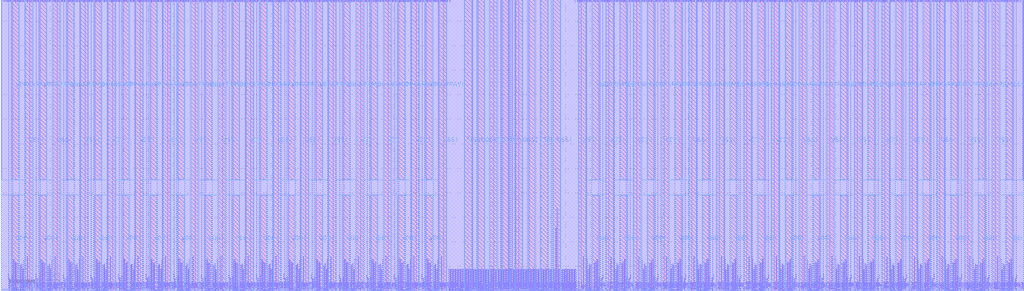
<source format=lef>
# ------------------------------------------------------
#
#		Copyright 2025 IHP PDK Authors
#
#		Licensed under the Apache License, Version 2.0 (the "License");
#		you may not use this file except in compliance with the License.
#		You may obtain a copy of the License at
#		
#		   https://www.apache.org/licenses/LICENSE-2.0
#		
#		Unless required by applicable law or agreed to in writing, software
#		distributed under the License is distributed on an "AS IS" BASIS,
#		WITHOUT WARRANTIES OR CONDITIONS OF ANY KIND, either express or implied.
#		See the License for the specific language governing permissions and
#		limitations under the License.
#		
#		Generated on Thu Aug 21 20:49:12 2025		
#
# ------------------------------------------------------ 
VERSION 5.7 ;
BUSBITCHARS "[]" ;
DIVIDERCHAR "/" ;

MACRO RM_IHPSG13_1P_256x32_c2_bm_bist
  CLASS BLOCK ;
  ORIGIN 0 0 ;
  FOREIGN RM_IHPSG13_1P_256x32_c2_bm_bist 0 0 ;
  SIZE 416.64 BY 118.78 ;
  SYMMETRY X Y R90 ;
  PIN A_DIN[16]
    DIRECTION INPUT ;
    USE SIGNAL ;
    ANTENNAPARTIALMETALAREA 1.794 LAYER Metal2 ;
    ANTENNAMODEL OXIDE1 ;
      ANTENNAGATEAREA 0.20085 LAYER Metal2 ;
      ANTENNAMAXAREACAR 9.838188 LAYER Metal2 ;
    PORT
      LAYER Metal2 ;
        RECT 244.49 0 244.75 0.26 ;
    END
  END A_DIN[16]
  PIN A_DIN[15]
    DIRECTION INPUT ;
    USE SIGNAL ;
    ANTENNAPARTIALMETALAREA 1.794 LAYER Metal2 ;
    ANTENNAMODEL OXIDE1 ;
      ANTENNAGATEAREA 0.20085 LAYER Metal2 ;
      ANTENNAMAXAREACAR 9.838188 LAYER Metal2 ;
    PORT
      LAYER Metal2 ;
        RECT 171.89 0 172.15 0.26 ;
    END
  END A_DIN[15]
  PIN A_BIST_DIN[16]
    DIRECTION INPUT ;
    USE SIGNAL ;
    ANTENNAPARTIALMETALAREA 1.6263 LAYER Metal2 ;
    ANTENNAMODEL OXIDE1 ;
      ANTENNAGATEAREA 0.20085 LAYER Metal2 ;
      ANTENNAMAXAREACAR 9.365945 LAYER Metal2 ;
    PORT
      LAYER Metal2 ;
        RECT 243.635 0 243.895 0.26 ;
    END
  END A_BIST_DIN[16]
  PIN A_BIST_DIN[15]
    DIRECTION INPUT ;
    USE SIGNAL ;
    ANTENNAPARTIALMETALAREA 1.6263 LAYER Metal2 ;
    ANTENNAMODEL OXIDE1 ;
      ANTENNAGATEAREA 0.20085 LAYER Metal2 ;
      ANTENNAMAXAREACAR 9.365945 LAYER Metal2 ;
    PORT
      LAYER Metal2 ;
        RECT 172.745 0 173.005 0.26 ;
    END
  END A_BIST_DIN[15]
  PIN A_BM[16]
    DIRECTION INPUT ;
    USE SIGNAL ;
    ANTENNAPARTIALMETALAREA 0.7215 LAYER Metal2 ;
    ANTENNAMODEL OXIDE1 ;
      ANTENNAGATEAREA 0.20085 LAYER Metal2 ;
      ANTENNAMAXAREACAR 4.498382 LAYER Metal2 ;
    PORT
      LAYER Metal2 ;
        RECT 236.65 0 236.91 0.26 ;
    END
  END A_BM[16]
  PIN A_BM[15]
    DIRECTION INPUT ;
    USE SIGNAL ;
    ANTENNAPARTIALMETALAREA 0.7215 LAYER Metal2 ;
    ANTENNAMODEL OXIDE1 ;
      ANTENNAGATEAREA 0.20085 LAYER Metal2 ;
      ANTENNAMAXAREACAR 4.498382 LAYER Metal2 ;
    PORT
      LAYER Metal2 ;
        RECT 179.73 0 179.99 0.26 ;
    END
  END A_BM[15]
  PIN A_BIST_BM[16]
    DIRECTION INPUT ;
    USE SIGNAL ;
    ANTENNAPARTIALMETALAREA 0.7605 LAYER Metal2 ;
    ANTENNAMODEL OXIDE1 ;
      ANTENNAGATEAREA 0.20085 LAYER Metal2 ;
      ANTENNAMAXAREACAR 5.055265 LAYER Metal2 ;
    PORT
      LAYER Metal2 ;
        RECT 238.025 0 238.285 0.26 ;
    END
  END A_BIST_BM[16]
  PIN A_BIST_BM[15]
    DIRECTION INPUT ;
    USE SIGNAL ;
    ANTENNAPARTIALMETALAREA 0.7605 LAYER Metal2 ;
    ANTENNAMODEL OXIDE1 ;
      ANTENNAGATEAREA 0.20085 LAYER Metal2 ;
      ANTENNAMAXAREACAR 5.055265 LAYER Metal2 ;
    PORT
      LAYER Metal2 ;
        RECT 178.355 0 178.615 0.26 ;
    END
  END A_BIST_BM[15]
  PIN A_DOUT[16]
    DIRECTION OUTPUT ;
    USE SIGNAL ;
    ANTENNAPARTIALMETALAREA 3.7095 LAYER Metal2 ;
    ANTENNADIFFAREA 0.988 LAYER Metal2 ;
    PORT
      LAYER Metal2 ;
        RECT 237.16 0 237.42 0.26 ;
    END
  END A_DOUT[16]
  PIN A_DOUT[15]
    DIRECTION OUTPUT ;
    USE SIGNAL ;
    ANTENNAPARTIALMETALAREA 3.7095 LAYER Metal2 ;
    ANTENNADIFFAREA 0.988 LAYER Metal2 ;
    PORT
      LAYER Metal2 ;
        RECT 179.22 0 179.48 0.26 ;
    END
  END A_DOUT[15]
  PIN VSS!
    DIRECTION INOUT ;
    USE GROUND ;
    NETEXPR "vss VSS!" ;
    PORT
      LAYER Metal4 ;
        RECT 403.95 0 406.76 118.78 ;
    END
    PORT
      LAYER Metal4 ;
        RECT 392.71 0 395.52 118.78 ;
    END
    PORT
      LAYER Metal4 ;
        RECT 381.47 0 384.28 118.78 ;
    END
    PORT
      LAYER Metal4 ;
        RECT 370.23 0 373.04 118.78 ;
    END
    PORT
      LAYER Metal4 ;
        RECT 358.99 0 361.8 118.78 ;
    END
    PORT
      LAYER Metal4 ;
        RECT 347.75 0 350.56 118.78 ;
    END
    PORT
      LAYER Metal4 ;
        RECT 336.51 0 339.32 118.78 ;
    END
    PORT
      LAYER Metal4 ;
        RECT 325.27 0 328.08 118.78 ;
    END
    PORT
      LAYER Metal4 ;
        RECT 314.03 0 316.84 118.78 ;
    END
    PORT
      LAYER Metal4 ;
        RECT 302.79 0 305.6 118.78 ;
    END
    PORT
      LAYER Metal4 ;
        RECT 291.55 0 294.36 118.78 ;
    END
    PORT
      LAYER Metal4 ;
        RECT 280.31 0 283.12 118.78 ;
    END
    PORT
      LAYER Metal4 ;
        RECT 269.07 0 271.88 118.78 ;
    END
    PORT
      LAYER Metal4 ;
        RECT 257.83 0 260.64 118.78 ;
    END
    PORT
      LAYER Metal4 ;
        RECT 246.59 0 249.4 118.78 ;
    END
    PORT
      LAYER Metal4 ;
        RECT 235.35 0 238.16 118.78 ;
    END
    PORT
      LAYER Metal4 ;
        RECT 224.94 0 227.75 118.78 ;
    END
    PORT
      LAYER Metal4 ;
        RECT 214.64 0 217.45 118.78 ;
    END
    PORT
      LAYER Metal4 ;
        RECT 199.19 0 202 118.78 ;
    END
    PORT
      LAYER Metal4 ;
        RECT 188.89 0 191.7 118.78 ;
    END
    PORT
      LAYER Metal4 ;
        RECT 178.48 0 181.29 118.78 ;
    END
    PORT
      LAYER Metal4 ;
        RECT 167.24 0 170.05 118.78 ;
    END
    PORT
      LAYER Metal4 ;
        RECT 156 0 158.81 118.78 ;
    END
    PORT
      LAYER Metal4 ;
        RECT 144.76 0 147.57 118.78 ;
    END
    PORT
      LAYER Metal4 ;
        RECT 133.52 0 136.33 118.78 ;
    END
    PORT
      LAYER Metal4 ;
        RECT 122.28 0 125.09 118.78 ;
    END
    PORT
      LAYER Metal4 ;
        RECT 111.04 0 113.85 118.78 ;
    END
    PORT
      LAYER Metal4 ;
        RECT 99.8 0 102.61 118.78 ;
    END
    PORT
      LAYER Metal4 ;
        RECT 88.56 0 91.37 118.78 ;
    END
    PORT
      LAYER Metal4 ;
        RECT 77.32 0 80.13 118.78 ;
    END
    PORT
      LAYER Metal4 ;
        RECT 66.08 0 68.89 118.78 ;
    END
    PORT
      LAYER Metal4 ;
        RECT 54.84 0 57.65 118.78 ;
    END
    PORT
      LAYER Metal4 ;
        RECT 43.6 0 46.41 118.78 ;
    END
    PORT
      LAYER Metal4 ;
        RECT 32.36 0 35.17 118.78 ;
    END
    PORT
      LAYER Metal4 ;
        RECT 21.12 0 23.93 118.78 ;
    END
    PORT
      LAYER Metal4 ;
        RECT 9.88 0 12.69 118.78 ;
    END
  END VSS!
  PIN VDD!
    DIRECTION INOUT ;
    USE POWER ;
    NETEXPR "vdd VDD!" ;
    PORT
      LAYER Metal4 ;
        RECT 409.57 0 412.38 38.825 ;
    END
    PORT
      LAYER Metal4 ;
        RECT 398.33 0 401.14 38.825 ;
    END
    PORT
      LAYER Metal4 ;
        RECT 387.09 0 389.9 38.825 ;
    END
    PORT
      LAYER Metal4 ;
        RECT 375.85 0 378.66 38.825 ;
    END
    PORT
      LAYER Metal4 ;
        RECT 364.61 0 367.42 38.825 ;
    END
    PORT
      LAYER Metal4 ;
        RECT 353.37 0 356.18 38.825 ;
    END
    PORT
      LAYER Metal4 ;
        RECT 342.13 0 344.94 38.825 ;
    END
    PORT
      LAYER Metal4 ;
        RECT 330.89 0 333.7 38.825 ;
    END
    PORT
      LAYER Metal4 ;
        RECT 319.65 0 322.46 38.825 ;
    END
    PORT
      LAYER Metal4 ;
        RECT 308.41 0 311.22 38.825 ;
    END
    PORT
      LAYER Metal4 ;
        RECT 297.17 0 299.98 38.825 ;
    END
    PORT
      LAYER Metal4 ;
        RECT 285.93 0 288.74 38.825 ;
    END
    PORT
      LAYER Metal4 ;
        RECT 274.69 0 277.5 38.825 ;
    END
    PORT
      LAYER Metal4 ;
        RECT 263.45 0 266.26 38.825 ;
    END
    PORT
      LAYER Metal4 ;
        RECT 252.21 0 255.02 38.825 ;
    END
    PORT
      LAYER Metal4 ;
        RECT 240.97 0 243.78 38.825 ;
    END
    PORT
      LAYER Metal4 ;
        RECT 219.79 0 222.6 118.78 ;
    END
    PORT
      LAYER Metal4 ;
        RECT 209.49 0 212.3 118.78 ;
    END
    PORT
      LAYER Metal4 ;
        RECT 204.34 0 207.15 118.78 ;
    END
    PORT
      LAYER Metal4 ;
        RECT 194.04 0 196.85 118.78 ;
    END
    PORT
      LAYER Metal4 ;
        RECT 172.86 0 175.67 38.825 ;
    END
    PORT
      LAYER Metal4 ;
        RECT 161.62 0 164.43 38.825 ;
    END
    PORT
      LAYER Metal4 ;
        RECT 150.38 0 153.19 38.825 ;
    END
    PORT
      LAYER Metal4 ;
        RECT 139.14 0 141.95 38.825 ;
    END
    PORT
      LAYER Metal4 ;
        RECT 127.9 0 130.71 38.825 ;
    END
    PORT
      LAYER Metal4 ;
        RECT 116.66 0 119.47 38.825 ;
    END
    PORT
      LAYER Metal4 ;
        RECT 105.42 0 108.23 38.825 ;
    END
    PORT
      LAYER Metal4 ;
        RECT 94.18 0 96.99 38.825 ;
    END
    PORT
      LAYER Metal4 ;
        RECT 82.94 0 85.75 38.825 ;
    END
    PORT
      LAYER Metal4 ;
        RECT 71.7 0 74.51 38.825 ;
    END
    PORT
      LAYER Metal4 ;
        RECT 60.46 0 63.27 38.825 ;
    END
    PORT
      LAYER Metal4 ;
        RECT 49.22 0 52.03 38.825 ;
    END
    PORT
      LAYER Metal4 ;
        RECT 37.98 0 40.79 38.825 ;
    END
    PORT
      LAYER Metal4 ;
        RECT 26.74 0 29.55 38.825 ;
    END
    PORT
      LAYER Metal4 ;
        RECT 15.5 0 18.31 38.825 ;
    END
    PORT
      LAYER Metal4 ;
        RECT 4.26 0 7.07 38.825 ;
    END
  END VDD!
  PIN VDDARRAY!
    DIRECTION INOUT ;
    USE POWER ;
    NETEXPR "vddarray VDDARRAY!" ;
    PORT
      LAYER Metal4 ;
        RECT 409.57 45.465 412.38 118.78 ;
    END
    PORT
      LAYER Metal4 ;
        RECT 398.33 45.465 401.14 118.78 ;
    END
    PORT
      LAYER Metal4 ;
        RECT 387.09 45.465 389.9 118.78 ;
    END
    PORT
      LAYER Metal4 ;
        RECT 375.85 45.465 378.66 118.78 ;
    END
    PORT
      LAYER Metal4 ;
        RECT 364.61 45.465 367.42 118.78 ;
    END
    PORT
      LAYER Metal4 ;
        RECT 353.37 45.465 356.18 118.78 ;
    END
    PORT
      LAYER Metal4 ;
        RECT 342.13 45.465 344.94 118.78 ;
    END
    PORT
      LAYER Metal4 ;
        RECT 330.89 45.465 333.7 118.78 ;
    END
    PORT
      LAYER Metal4 ;
        RECT 319.65 45.465 322.46 118.78 ;
    END
    PORT
      LAYER Metal4 ;
        RECT 308.41 45.465 311.22 118.78 ;
    END
    PORT
      LAYER Metal4 ;
        RECT 297.17 45.465 299.98 118.78 ;
    END
    PORT
      LAYER Metal4 ;
        RECT 285.93 45.465 288.74 118.78 ;
    END
    PORT
      LAYER Metal4 ;
        RECT 274.69 45.465 277.5 118.78 ;
    END
    PORT
      LAYER Metal4 ;
        RECT 263.45 45.465 266.26 118.78 ;
    END
    PORT
      LAYER Metal4 ;
        RECT 252.21 45.465 255.02 118.78 ;
    END
    PORT
      LAYER Metal4 ;
        RECT 240.97 45.465 243.78 118.78 ;
    END
    PORT
      LAYER Metal4 ;
        RECT 172.86 45.465 175.67 118.78 ;
    END
    PORT
      LAYER Metal4 ;
        RECT 161.62 45.465 164.43 118.78 ;
    END
    PORT
      LAYER Metal4 ;
        RECT 150.38 45.465 153.19 118.78 ;
    END
    PORT
      LAYER Metal4 ;
        RECT 139.14 45.465 141.95 118.78 ;
    END
    PORT
      LAYER Metal4 ;
        RECT 127.9 45.465 130.71 118.78 ;
    END
    PORT
      LAYER Metal4 ;
        RECT 116.66 45.465 119.47 118.78 ;
    END
    PORT
      LAYER Metal4 ;
        RECT 105.42 45.465 108.23 118.78 ;
    END
    PORT
      LAYER Metal4 ;
        RECT 94.18 45.465 96.99 118.78 ;
    END
    PORT
      LAYER Metal4 ;
        RECT 82.94 45.465 85.75 118.78 ;
    END
    PORT
      LAYER Metal4 ;
        RECT 71.7 45.465 74.51 118.78 ;
    END
    PORT
      LAYER Metal4 ;
        RECT 60.46 45.465 63.27 118.78 ;
    END
    PORT
      LAYER Metal4 ;
        RECT 49.22 45.465 52.03 118.78 ;
    END
    PORT
      LAYER Metal4 ;
        RECT 37.98 45.465 40.79 118.78 ;
    END
    PORT
      LAYER Metal4 ;
        RECT 26.74 45.465 29.55 118.78 ;
    END
    PORT
      LAYER Metal4 ;
        RECT 15.5 45.465 18.31 118.78 ;
    END
    PORT
      LAYER Metal4 ;
        RECT 4.26 45.465 7.07 118.78 ;
    END
  END VDDARRAY!
  PIN A_DIN[17]
    DIRECTION INPUT ;
    USE SIGNAL ;
    ANTENNAPARTIALMETALAREA 1.794 LAYER Metal2 ;
    ANTENNAMODEL OXIDE1 ;
      ANTENNAGATEAREA 0.20085 LAYER Metal2 ;
      ANTENNAMAXAREACAR 9.838188 LAYER Metal2 ;
    PORT
      LAYER Metal2 ;
        RECT 255.73 0 255.99 0.26 ;
    END
  END A_DIN[17]
  PIN A_DIN[14]
    DIRECTION INPUT ;
    USE SIGNAL ;
    ANTENNAPARTIALMETALAREA 1.794 LAYER Metal2 ;
    ANTENNAMODEL OXIDE1 ;
      ANTENNAGATEAREA 0.20085 LAYER Metal2 ;
      ANTENNAMAXAREACAR 9.838188 LAYER Metal2 ;
    PORT
      LAYER Metal2 ;
        RECT 160.65 0 160.91 0.26 ;
    END
  END A_DIN[14]
  PIN A_BIST_DIN[17]
    DIRECTION INPUT ;
    USE SIGNAL ;
    ANTENNAPARTIALMETALAREA 1.6263 LAYER Metal2 ;
    ANTENNAMODEL OXIDE1 ;
      ANTENNAGATEAREA 0.20085 LAYER Metal2 ;
      ANTENNAMAXAREACAR 9.365945 LAYER Metal2 ;
    PORT
      LAYER Metal2 ;
        RECT 254.875 0 255.135 0.26 ;
    END
  END A_BIST_DIN[17]
  PIN A_BIST_DIN[14]
    DIRECTION INPUT ;
    USE SIGNAL ;
    ANTENNAPARTIALMETALAREA 1.6263 LAYER Metal2 ;
    ANTENNAMODEL OXIDE1 ;
      ANTENNAGATEAREA 0.20085 LAYER Metal2 ;
      ANTENNAMAXAREACAR 9.365945 LAYER Metal2 ;
    PORT
      LAYER Metal2 ;
        RECT 161.505 0 161.765 0.26 ;
    END
  END A_BIST_DIN[14]
  PIN A_BM[17]
    DIRECTION INPUT ;
    USE SIGNAL ;
    ANTENNAPARTIALMETALAREA 0.7215 LAYER Metal2 ;
    ANTENNAMODEL OXIDE1 ;
      ANTENNAGATEAREA 0.20085 LAYER Metal2 ;
      ANTENNAMAXAREACAR 4.498382 LAYER Metal2 ;
    PORT
      LAYER Metal2 ;
        RECT 247.89 0 248.15 0.26 ;
    END
  END A_BM[17]
  PIN A_BM[14]
    DIRECTION INPUT ;
    USE SIGNAL ;
    ANTENNAPARTIALMETALAREA 0.7215 LAYER Metal2 ;
    ANTENNAMODEL OXIDE1 ;
      ANTENNAGATEAREA 0.20085 LAYER Metal2 ;
      ANTENNAMAXAREACAR 4.498382 LAYER Metal2 ;
    PORT
      LAYER Metal2 ;
        RECT 168.49 0 168.75 0.26 ;
    END
  END A_BM[14]
  PIN A_BIST_BM[17]
    DIRECTION INPUT ;
    USE SIGNAL ;
    ANTENNAPARTIALMETALAREA 0.7605 LAYER Metal2 ;
    ANTENNAMODEL OXIDE1 ;
      ANTENNAGATEAREA 0.20085 LAYER Metal2 ;
      ANTENNAMAXAREACAR 5.055265 LAYER Metal2 ;
    PORT
      LAYER Metal2 ;
        RECT 249.265 0 249.525 0.26 ;
    END
  END A_BIST_BM[17]
  PIN A_BIST_BM[14]
    DIRECTION INPUT ;
    USE SIGNAL ;
    ANTENNAPARTIALMETALAREA 0.7605 LAYER Metal2 ;
    ANTENNAMODEL OXIDE1 ;
      ANTENNAGATEAREA 0.20085 LAYER Metal2 ;
      ANTENNAMAXAREACAR 5.055265 LAYER Metal2 ;
    PORT
      LAYER Metal2 ;
        RECT 167.115 0 167.375 0.26 ;
    END
  END A_BIST_BM[14]
  PIN A_DOUT[17]
    DIRECTION OUTPUT ;
    USE SIGNAL ;
    ANTENNAPARTIALMETALAREA 3.7095 LAYER Metal2 ;
    ANTENNADIFFAREA 0.988 LAYER Metal2 ;
    PORT
      LAYER Metal2 ;
        RECT 248.4 0 248.66 0.26 ;
    END
  END A_DOUT[17]
  PIN A_DOUT[14]
    DIRECTION OUTPUT ;
    USE SIGNAL ;
    ANTENNAPARTIALMETALAREA 3.7095 LAYER Metal2 ;
    ANTENNADIFFAREA 0.988 LAYER Metal2 ;
    PORT
      LAYER Metal2 ;
        RECT 167.98 0 168.24 0.26 ;
    END
  END A_DOUT[14]
  PIN A_DIN[18]
    DIRECTION INPUT ;
    USE SIGNAL ;
    ANTENNAPARTIALMETALAREA 1.794 LAYER Metal2 ;
    ANTENNAMODEL OXIDE1 ;
      ANTENNAGATEAREA 0.20085 LAYER Metal2 ;
      ANTENNAMAXAREACAR 9.838188 LAYER Metal2 ;
    PORT
      LAYER Metal2 ;
        RECT 266.97 0 267.23 0.26 ;
    END
  END A_DIN[18]
  PIN A_DIN[13]
    DIRECTION INPUT ;
    USE SIGNAL ;
    ANTENNAPARTIALMETALAREA 1.794 LAYER Metal2 ;
    ANTENNAMODEL OXIDE1 ;
      ANTENNAGATEAREA 0.20085 LAYER Metal2 ;
      ANTENNAMAXAREACAR 9.838188 LAYER Metal2 ;
    PORT
      LAYER Metal2 ;
        RECT 149.41 0 149.67 0.26 ;
    END
  END A_DIN[13]
  PIN A_BIST_DIN[18]
    DIRECTION INPUT ;
    USE SIGNAL ;
    ANTENNAPARTIALMETALAREA 1.6263 LAYER Metal2 ;
    ANTENNAMODEL OXIDE1 ;
      ANTENNAGATEAREA 0.20085 LAYER Metal2 ;
      ANTENNAMAXAREACAR 9.365945 LAYER Metal2 ;
    PORT
      LAYER Metal2 ;
        RECT 266.115 0 266.375 0.26 ;
    END
  END A_BIST_DIN[18]
  PIN A_BIST_DIN[13]
    DIRECTION INPUT ;
    USE SIGNAL ;
    ANTENNAPARTIALMETALAREA 1.6263 LAYER Metal2 ;
    ANTENNAMODEL OXIDE1 ;
      ANTENNAGATEAREA 0.20085 LAYER Metal2 ;
      ANTENNAMAXAREACAR 9.365945 LAYER Metal2 ;
    PORT
      LAYER Metal2 ;
        RECT 150.265 0 150.525 0.26 ;
    END
  END A_BIST_DIN[13]
  PIN A_BM[18]
    DIRECTION INPUT ;
    USE SIGNAL ;
    ANTENNAPARTIALMETALAREA 0.7215 LAYER Metal2 ;
    ANTENNAMODEL OXIDE1 ;
      ANTENNAGATEAREA 0.20085 LAYER Metal2 ;
      ANTENNAMAXAREACAR 4.498382 LAYER Metal2 ;
    PORT
      LAYER Metal2 ;
        RECT 259.13 0 259.39 0.26 ;
    END
  END A_BM[18]
  PIN A_BM[13]
    DIRECTION INPUT ;
    USE SIGNAL ;
    ANTENNAPARTIALMETALAREA 0.7215 LAYER Metal2 ;
    ANTENNAMODEL OXIDE1 ;
      ANTENNAGATEAREA 0.20085 LAYER Metal2 ;
      ANTENNAMAXAREACAR 4.498382 LAYER Metal2 ;
    PORT
      LAYER Metal2 ;
        RECT 157.25 0 157.51 0.26 ;
    END
  END A_BM[13]
  PIN A_BIST_BM[18]
    DIRECTION INPUT ;
    USE SIGNAL ;
    ANTENNAPARTIALMETALAREA 0.7605 LAYER Metal2 ;
    ANTENNAMODEL OXIDE1 ;
      ANTENNAGATEAREA 0.20085 LAYER Metal2 ;
      ANTENNAMAXAREACAR 5.055265 LAYER Metal2 ;
    PORT
      LAYER Metal2 ;
        RECT 260.505 0 260.765 0.26 ;
    END
  END A_BIST_BM[18]
  PIN A_BIST_BM[13]
    DIRECTION INPUT ;
    USE SIGNAL ;
    ANTENNAPARTIALMETALAREA 0.7605 LAYER Metal2 ;
    ANTENNAMODEL OXIDE1 ;
      ANTENNAGATEAREA 0.20085 LAYER Metal2 ;
      ANTENNAMAXAREACAR 5.055265 LAYER Metal2 ;
    PORT
      LAYER Metal2 ;
        RECT 155.875 0 156.135 0.26 ;
    END
  END A_BIST_BM[13]
  PIN A_DOUT[18]
    DIRECTION OUTPUT ;
    USE SIGNAL ;
    ANTENNAPARTIALMETALAREA 3.7095 LAYER Metal2 ;
    ANTENNADIFFAREA 0.988 LAYER Metal2 ;
    PORT
      LAYER Metal2 ;
        RECT 259.64 0 259.9 0.26 ;
    END
  END A_DOUT[18]
  PIN A_DOUT[13]
    DIRECTION OUTPUT ;
    USE SIGNAL ;
    ANTENNAPARTIALMETALAREA 3.7095 LAYER Metal2 ;
    ANTENNADIFFAREA 0.988 LAYER Metal2 ;
    PORT
      LAYER Metal2 ;
        RECT 156.74 0 157 0.26 ;
    END
  END A_DOUT[13]
  PIN A_DIN[19]
    DIRECTION INPUT ;
    USE SIGNAL ;
    ANTENNAPARTIALMETALAREA 1.794 LAYER Metal2 ;
    ANTENNAMODEL OXIDE1 ;
      ANTENNAGATEAREA 0.20085 LAYER Metal2 ;
      ANTENNAMAXAREACAR 9.838188 LAYER Metal2 ;
    PORT
      LAYER Metal2 ;
        RECT 278.21 0 278.47 0.26 ;
    END
  END A_DIN[19]
  PIN A_DIN[12]
    DIRECTION INPUT ;
    USE SIGNAL ;
    ANTENNAPARTIALMETALAREA 1.794 LAYER Metal2 ;
    ANTENNAMODEL OXIDE1 ;
      ANTENNAGATEAREA 0.20085 LAYER Metal2 ;
      ANTENNAMAXAREACAR 9.838188 LAYER Metal2 ;
    PORT
      LAYER Metal2 ;
        RECT 138.17 0 138.43 0.26 ;
    END
  END A_DIN[12]
  PIN A_BIST_DIN[19]
    DIRECTION INPUT ;
    USE SIGNAL ;
    ANTENNAPARTIALMETALAREA 1.6263 LAYER Metal2 ;
    ANTENNAMODEL OXIDE1 ;
      ANTENNAGATEAREA 0.20085 LAYER Metal2 ;
      ANTENNAMAXAREACAR 9.365945 LAYER Metal2 ;
    PORT
      LAYER Metal2 ;
        RECT 277.355 0 277.615 0.26 ;
    END
  END A_BIST_DIN[19]
  PIN A_BIST_DIN[12]
    DIRECTION INPUT ;
    USE SIGNAL ;
    ANTENNAPARTIALMETALAREA 1.6263 LAYER Metal2 ;
    ANTENNAMODEL OXIDE1 ;
      ANTENNAGATEAREA 0.20085 LAYER Metal2 ;
      ANTENNAMAXAREACAR 9.365945 LAYER Metal2 ;
    PORT
      LAYER Metal2 ;
        RECT 139.025 0 139.285 0.26 ;
    END
  END A_BIST_DIN[12]
  PIN A_BM[19]
    DIRECTION INPUT ;
    USE SIGNAL ;
    ANTENNAPARTIALMETALAREA 0.7215 LAYER Metal2 ;
    ANTENNAMODEL OXIDE1 ;
      ANTENNAGATEAREA 0.20085 LAYER Metal2 ;
      ANTENNAMAXAREACAR 4.498382 LAYER Metal2 ;
    PORT
      LAYER Metal2 ;
        RECT 270.37 0 270.63 0.26 ;
    END
  END A_BM[19]
  PIN A_BM[12]
    DIRECTION INPUT ;
    USE SIGNAL ;
    ANTENNAPARTIALMETALAREA 0.7215 LAYER Metal2 ;
    ANTENNAMODEL OXIDE1 ;
      ANTENNAGATEAREA 0.20085 LAYER Metal2 ;
      ANTENNAMAXAREACAR 4.498382 LAYER Metal2 ;
    PORT
      LAYER Metal2 ;
        RECT 146.01 0 146.27 0.26 ;
    END
  END A_BM[12]
  PIN A_BIST_BM[19]
    DIRECTION INPUT ;
    USE SIGNAL ;
    ANTENNAPARTIALMETALAREA 0.7605 LAYER Metal2 ;
    ANTENNAMODEL OXIDE1 ;
      ANTENNAGATEAREA 0.20085 LAYER Metal2 ;
      ANTENNAMAXAREACAR 5.055265 LAYER Metal2 ;
    PORT
      LAYER Metal2 ;
        RECT 271.745 0 272.005 0.26 ;
    END
  END A_BIST_BM[19]
  PIN A_BIST_BM[12]
    DIRECTION INPUT ;
    USE SIGNAL ;
    ANTENNAPARTIALMETALAREA 0.7605 LAYER Metal2 ;
    ANTENNAMODEL OXIDE1 ;
      ANTENNAGATEAREA 0.20085 LAYER Metal2 ;
      ANTENNAMAXAREACAR 5.055265 LAYER Metal2 ;
    PORT
      LAYER Metal2 ;
        RECT 144.635 0 144.895 0.26 ;
    END
  END A_BIST_BM[12]
  PIN A_DOUT[19]
    DIRECTION OUTPUT ;
    USE SIGNAL ;
    ANTENNAPARTIALMETALAREA 3.7095 LAYER Metal2 ;
    ANTENNADIFFAREA 0.988 LAYER Metal2 ;
    PORT
      LAYER Metal2 ;
        RECT 270.88 0 271.14 0.26 ;
    END
  END A_DOUT[19]
  PIN A_DOUT[12]
    DIRECTION OUTPUT ;
    USE SIGNAL ;
    ANTENNAPARTIALMETALAREA 3.7095 LAYER Metal2 ;
    ANTENNADIFFAREA 0.988 LAYER Metal2 ;
    PORT
      LAYER Metal2 ;
        RECT 145.5 0 145.76 0.26 ;
    END
  END A_DOUT[12]
  PIN A_DIN[20]
    DIRECTION INPUT ;
    USE SIGNAL ;
    ANTENNAPARTIALMETALAREA 1.794 LAYER Metal2 ;
    ANTENNAMODEL OXIDE1 ;
      ANTENNAGATEAREA 0.20085 LAYER Metal2 ;
      ANTENNAMAXAREACAR 9.838188 LAYER Metal2 ;
    PORT
      LAYER Metal2 ;
        RECT 289.45 0 289.71 0.26 ;
    END
  END A_DIN[20]
  PIN A_DIN[11]
    DIRECTION INPUT ;
    USE SIGNAL ;
    ANTENNAPARTIALMETALAREA 1.794 LAYER Metal2 ;
    ANTENNAMODEL OXIDE1 ;
      ANTENNAGATEAREA 0.20085 LAYER Metal2 ;
      ANTENNAMAXAREACAR 9.838188 LAYER Metal2 ;
    PORT
      LAYER Metal2 ;
        RECT 126.93 0 127.19 0.26 ;
    END
  END A_DIN[11]
  PIN A_BIST_DIN[20]
    DIRECTION INPUT ;
    USE SIGNAL ;
    ANTENNAPARTIALMETALAREA 1.6263 LAYER Metal2 ;
    ANTENNAMODEL OXIDE1 ;
      ANTENNAGATEAREA 0.20085 LAYER Metal2 ;
      ANTENNAMAXAREACAR 9.365945 LAYER Metal2 ;
    PORT
      LAYER Metal2 ;
        RECT 288.595 0 288.855 0.26 ;
    END
  END A_BIST_DIN[20]
  PIN A_BIST_DIN[11]
    DIRECTION INPUT ;
    USE SIGNAL ;
    ANTENNAPARTIALMETALAREA 1.6263 LAYER Metal2 ;
    ANTENNAMODEL OXIDE1 ;
      ANTENNAGATEAREA 0.20085 LAYER Metal2 ;
      ANTENNAMAXAREACAR 9.365945 LAYER Metal2 ;
    PORT
      LAYER Metal2 ;
        RECT 127.785 0 128.045 0.26 ;
    END
  END A_BIST_DIN[11]
  PIN A_BM[20]
    DIRECTION INPUT ;
    USE SIGNAL ;
    ANTENNAPARTIALMETALAREA 0.7215 LAYER Metal2 ;
    ANTENNAMODEL OXIDE1 ;
      ANTENNAGATEAREA 0.20085 LAYER Metal2 ;
      ANTENNAMAXAREACAR 4.498382 LAYER Metal2 ;
    PORT
      LAYER Metal2 ;
        RECT 281.61 0 281.87 0.26 ;
    END
  END A_BM[20]
  PIN A_BM[11]
    DIRECTION INPUT ;
    USE SIGNAL ;
    ANTENNAPARTIALMETALAREA 0.7215 LAYER Metal2 ;
    ANTENNAMODEL OXIDE1 ;
      ANTENNAGATEAREA 0.20085 LAYER Metal2 ;
      ANTENNAMAXAREACAR 4.498382 LAYER Metal2 ;
    PORT
      LAYER Metal2 ;
        RECT 134.77 0 135.03 0.26 ;
    END
  END A_BM[11]
  PIN A_BIST_BM[20]
    DIRECTION INPUT ;
    USE SIGNAL ;
    ANTENNAPARTIALMETALAREA 0.7605 LAYER Metal2 ;
    ANTENNAMODEL OXIDE1 ;
      ANTENNAGATEAREA 0.20085 LAYER Metal2 ;
      ANTENNAMAXAREACAR 5.055265 LAYER Metal2 ;
    PORT
      LAYER Metal2 ;
        RECT 282.985 0 283.245 0.26 ;
    END
  END A_BIST_BM[20]
  PIN A_BIST_BM[11]
    DIRECTION INPUT ;
    USE SIGNAL ;
    ANTENNAPARTIALMETALAREA 0.7605 LAYER Metal2 ;
    ANTENNAMODEL OXIDE1 ;
      ANTENNAGATEAREA 0.20085 LAYER Metal2 ;
      ANTENNAMAXAREACAR 5.055265 LAYER Metal2 ;
    PORT
      LAYER Metal2 ;
        RECT 133.395 0 133.655 0.26 ;
    END
  END A_BIST_BM[11]
  PIN A_DOUT[20]
    DIRECTION OUTPUT ;
    USE SIGNAL ;
    ANTENNAPARTIALMETALAREA 3.7095 LAYER Metal2 ;
    ANTENNADIFFAREA 0.988 LAYER Metal2 ;
    PORT
      LAYER Metal2 ;
        RECT 282.12 0 282.38 0.26 ;
    END
  END A_DOUT[20]
  PIN A_DOUT[11]
    DIRECTION OUTPUT ;
    USE SIGNAL ;
    ANTENNAPARTIALMETALAREA 3.7095 LAYER Metal2 ;
    ANTENNADIFFAREA 0.988 LAYER Metal2 ;
    PORT
      LAYER Metal2 ;
        RECT 134.26 0 134.52 0.26 ;
    END
  END A_DOUT[11]
  PIN A_DIN[21]
    DIRECTION INPUT ;
    USE SIGNAL ;
    ANTENNAPARTIALMETALAREA 1.794 LAYER Metal2 ;
    ANTENNAMODEL OXIDE1 ;
      ANTENNAGATEAREA 0.20085 LAYER Metal2 ;
      ANTENNAMAXAREACAR 9.838188 LAYER Metal2 ;
    PORT
      LAYER Metal2 ;
        RECT 300.69 0 300.95 0.26 ;
    END
  END A_DIN[21]
  PIN A_DIN[10]
    DIRECTION INPUT ;
    USE SIGNAL ;
    ANTENNAPARTIALMETALAREA 1.794 LAYER Metal2 ;
    ANTENNAMODEL OXIDE1 ;
      ANTENNAGATEAREA 0.20085 LAYER Metal2 ;
      ANTENNAMAXAREACAR 9.838188 LAYER Metal2 ;
    PORT
      LAYER Metal2 ;
        RECT 115.69 0 115.95 0.26 ;
    END
  END A_DIN[10]
  PIN A_BIST_DIN[21]
    DIRECTION INPUT ;
    USE SIGNAL ;
    ANTENNAPARTIALMETALAREA 1.6263 LAYER Metal2 ;
    ANTENNAMODEL OXIDE1 ;
      ANTENNAGATEAREA 0.20085 LAYER Metal2 ;
      ANTENNAMAXAREACAR 9.365945 LAYER Metal2 ;
    PORT
      LAYER Metal2 ;
        RECT 299.835 0 300.095 0.26 ;
    END
  END A_BIST_DIN[21]
  PIN A_BIST_DIN[10]
    DIRECTION INPUT ;
    USE SIGNAL ;
    ANTENNAPARTIALMETALAREA 1.6263 LAYER Metal2 ;
    ANTENNAMODEL OXIDE1 ;
      ANTENNAGATEAREA 0.20085 LAYER Metal2 ;
      ANTENNAMAXAREACAR 9.365945 LAYER Metal2 ;
    PORT
      LAYER Metal2 ;
        RECT 116.545 0 116.805 0.26 ;
    END
  END A_BIST_DIN[10]
  PIN A_BM[21]
    DIRECTION INPUT ;
    USE SIGNAL ;
    ANTENNAPARTIALMETALAREA 0.7215 LAYER Metal2 ;
    ANTENNAMODEL OXIDE1 ;
      ANTENNAGATEAREA 0.20085 LAYER Metal2 ;
      ANTENNAMAXAREACAR 4.498382 LAYER Metal2 ;
    PORT
      LAYER Metal2 ;
        RECT 292.85 0 293.11 0.26 ;
    END
  END A_BM[21]
  PIN A_BM[10]
    DIRECTION INPUT ;
    USE SIGNAL ;
    ANTENNAPARTIALMETALAREA 0.7215 LAYER Metal2 ;
    ANTENNAMODEL OXIDE1 ;
      ANTENNAGATEAREA 0.20085 LAYER Metal2 ;
      ANTENNAMAXAREACAR 4.498382 LAYER Metal2 ;
    PORT
      LAYER Metal2 ;
        RECT 123.53 0 123.79 0.26 ;
    END
  END A_BM[10]
  PIN A_BIST_BM[21]
    DIRECTION INPUT ;
    USE SIGNAL ;
    ANTENNAPARTIALMETALAREA 0.7605 LAYER Metal2 ;
    ANTENNAMODEL OXIDE1 ;
      ANTENNAGATEAREA 0.20085 LAYER Metal2 ;
      ANTENNAMAXAREACAR 5.055265 LAYER Metal2 ;
    PORT
      LAYER Metal2 ;
        RECT 294.225 0 294.485 0.26 ;
    END
  END A_BIST_BM[21]
  PIN A_BIST_BM[10]
    DIRECTION INPUT ;
    USE SIGNAL ;
    ANTENNAPARTIALMETALAREA 0.7605 LAYER Metal2 ;
    ANTENNAMODEL OXIDE1 ;
      ANTENNAGATEAREA 0.20085 LAYER Metal2 ;
      ANTENNAMAXAREACAR 5.055265 LAYER Metal2 ;
    PORT
      LAYER Metal2 ;
        RECT 122.155 0 122.415 0.26 ;
    END
  END A_BIST_BM[10]
  PIN A_DOUT[21]
    DIRECTION OUTPUT ;
    USE SIGNAL ;
    ANTENNAPARTIALMETALAREA 3.7095 LAYER Metal2 ;
    ANTENNADIFFAREA 0.988 LAYER Metal2 ;
    PORT
      LAYER Metal2 ;
        RECT 293.36 0 293.62 0.26 ;
    END
  END A_DOUT[21]
  PIN A_DOUT[10]
    DIRECTION OUTPUT ;
    USE SIGNAL ;
    ANTENNAPARTIALMETALAREA 3.7095 LAYER Metal2 ;
    ANTENNADIFFAREA 0.988 LAYER Metal2 ;
    PORT
      LAYER Metal2 ;
        RECT 123.02 0 123.28 0.26 ;
    END
  END A_DOUT[10]
  PIN A_DIN[22]
    DIRECTION INPUT ;
    USE SIGNAL ;
    ANTENNAPARTIALMETALAREA 1.794 LAYER Metal2 ;
    ANTENNAMODEL OXIDE1 ;
      ANTENNAGATEAREA 0.20085 LAYER Metal2 ;
      ANTENNAMAXAREACAR 9.838188 LAYER Metal2 ;
    PORT
      LAYER Metal2 ;
        RECT 311.93 0 312.19 0.26 ;
    END
  END A_DIN[22]
  PIN A_DIN[9]
    DIRECTION INPUT ;
    USE SIGNAL ;
    ANTENNAPARTIALMETALAREA 1.794 LAYER Metal2 ;
    ANTENNAMODEL OXIDE1 ;
      ANTENNAGATEAREA 0.20085 LAYER Metal2 ;
      ANTENNAMAXAREACAR 9.838188 LAYER Metal2 ;
    PORT
      LAYER Metal2 ;
        RECT 104.45 0 104.71 0.26 ;
    END
  END A_DIN[9]
  PIN A_BIST_DIN[22]
    DIRECTION INPUT ;
    USE SIGNAL ;
    ANTENNAPARTIALMETALAREA 1.6263 LAYER Metal2 ;
    ANTENNAMODEL OXIDE1 ;
      ANTENNAGATEAREA 0.20085 LAYER Metal2 ;
      ANTENNAMAXAREACAR 9.365945 LAYER Metal2 ;
    PORT
      LAYER Metal2 ;
        RECT 311.075 0 311.335 0.26 ;
    END
  END A_BIST_DIN[22]
  PIN A_BIST_DIN[9]
    DIRECTION INPUT ;
    USE SIGNAL ;
    ANTENNAPARTIALMETALAREA 1.6263 LAYER Metal2 ;
    ANTENNAMODEL OXIDE1 ;
      ANTENNAGATEAREA 0.20085 LAYER Metal2 ;
      ANTENNAMAXAREACAR 9.365945 LAYER Metal2 ;
    PORT
      LAYER Metal2 ;
        RECT 105.305 0 105.565 0.26 ;
    END
  END A_BIST_DIN[9]
  PIN A_BM[22]
    DIRECTION INPUT ;
    USE SIGNAL ;
    ANTENNAPARTIALMETALAREA 0.7215 LAYER Metal2 ;
    ANTENNAMODEL OXIDE1 ;
      ANTENNAGATEAREA 0.20085 LAYER Metal2 ;
      ANTENNAMAXAREACAR 4.498382 LAYER Metal2 ;
    PORT
      LAYER Metal2 ;
        RECT 304.09 0 304.35 0.26 ;
    END
  END A_BM[22]
  PIN A_BM[9]
    DIRECTION INPUT ;
    USE SIGNAL ;
    ANTENNAPARTIALMETALAREA 0.7215 LAYER Metal2 ;
    ANTENNAMODEL OXIDE1 ;
      ANTENNAGATEAREA 0.20085 LAYER Metal2 ;
      ANTENNAMAXAREACAR 4.498382 LAYER Metal2 ;
    PORT
      LAYER Metal2 ;
        RECT 112.29 0 112.55 0.26 ;
    END
  END A_BM[9]
  PIN A_BIST_BM[22]
    DIRECTION INPUT ;
    USE SIGNAL ;
    ANTENNAPARTIALMETALAREA 0.7605 LAYER Metal2 ;
    ANTENNAMODEL OXIDE1 ;
      ANTENNAGATEAREA 0.20085 LAYER Metal2 ;
      ANTENNAMAXAREACAR 5.055265 LAYER Metal2 ;
    PORT
      LAYER Metal2 ;
        RECT 305.465 0 305.725 0.26 ;
    END
  END A_BIST_BM[22]
  PIN A_BIST_BM[9]
    DIRECTION INPUT ;
    USE SIGNAL ;
    ANTENNAPARTIALMETALAREA 0.7605 LAYER Metal2 ;
    ANTENNAMODEL OXIDE1 ;
      ANTENNAGATEAREA 0.20085 LAYER Metal2 ;
      ANTENNAMAXAREACAR 5.055265 LAYER Metal2 ;
    PORT
      LAYER Metal2 ;
        RECT 110.915 0 111.175 0.26 ;
    END
  END A_BIST_BM[9]
  PIN A_DOUT[22]
    DIRECTION OUTPUT ;
    USE SIGNAL ;
    ANTENNAPARTIALMETALAREA 3.7095 LAYER Metal2 ;
    ANTENNADIFFAREA 0.988 LAYER Metal2 ;
    PORT
      LAYER Metal2 ;
        RECT 304.6 0 304.86 0.26 ;
    END
  END A_DOUT[22]
  PIN A_DOUT[9]
    DIRECTION OUTPUT ;
    USE SIGNAL ;
    ANTENNAPARTIALMETALAREA 3.7095 LAYER Metal2 ;
    ANTENNADIFFAREA 0.988 LAYER Metal2 ;
    PORT
      LAYER Metal2 ;
        RECT 111.78 0 112.04 0.26 ;
    END
  END A_DOUT[9]
  PIN A_DIN[23]
    DIRECTION INPUT ;
    USE SIGNAL ;
    ANTENNAPARTIALMETALAREA 1.794 LAYER Metal2 ;
    ANTENNAMODEL OXIDE1 ;
      ANTENNAGATEAREA 0.20085 LAYER Metal2 ;
      ANTENNAMAXAREACAR 9.838188 LAYER Metal2 ;
    PORT
      LAYER Metal2 ;
        RECT 323.17 0 323.43 0.26 ;
    END
  END A_DIN[23]
  PIN A_DIN[8]
    DIRECTION INPUT ;
    USE SIGNAL ;
    ANTENNAPARTIALMETALAREA 1.794 LAYER Metal2 ;
    ANTENNAMODEL OXIDE1 ;
      ANTENNAGATEAREA 0.20085 LAYER Metal2 ;
      ANTENNAMAXAREACAR 9.838188 LAYER Metal2 ;
    PORT
      LAYER Metal2 ;
        RECT 93.21 0 93.47 0.26 ;
    END
  END A_DIN[8]
  PIN A_BIST_DIN[23]
    DIRECTION INPUT ;
    USE SIGNAL ;
    ANTENNAPARTIALMETALAREA 1.6263 LAYER Metal2 ;
    ANTENNAMODEL OXIDE1 ;
      ANTENNAGATEAREA 0.20085 LAYER Metal2 ;
      ANTENNAMAXAREACAR 9.365945 LAYER Metal2 ;
    PORT
      LAYER Metal2 ;
        RECT 322.315 0 322.575 0.26 ;
    END
  END A_BIST_DIN[23]
  PIN A_BIST_DIN[8]
    DIRECTION INPUT ;
    USE SIGNAL ;
    ANTENNAPARTIALMETALAREA 1.6263 LAYER Metal2 ;
    ANTENNAMODEL OXIDE1 ;
      ANTENNAGATEAREA 0.20085 LAYER Metal2 ;
      ANTENNAMAXAREACAR 9.365945 LAYER Metal2 ;
    PORT
      LAYER Metal2 ;
        RECT 94.065 0 94.325 0.26 ;
    END
  END A_BIST_DIN[8]
  PIN A_BM[23]
    DIRECTION INPUT ;
    USE SIGNAL ;
    ANTENNAPARTIALMETALAREA 0.7215 LAYER Metal2 ;
    ANTENNAMODEL OXIDE1 ;
      ANTENNAGATEAREA 0.20085 LAYER Metal2 ;
      ANTENNAMAXAREACAR 4.498382 LAYER Metal2 ;
    PORT
      LAYER Metal2 ;
        RECT 315.33 0 315.59 0.26 ;
    END
  END A_BM[23]
  PIN A_BM[8]
    DIRECTION INPUT ;
    USE SIGNAL ;
    ANTENNAPARTIALMETALAREA 0.7215 LAYER Metal2 ;
    ANTENNAMODEL OXIDE1 ;
      ANTENNAGATEAREA 0.20085 LAYER Metal2 ;
      ANTENNAMAXAREACAR 4.498382 LAYER Metal2 ;
    PORT
      LAYER Metal2 ;
        RECT 101.05 0 101.31 0.26 ;
    END
  END A_BM[8]
  PIN A_BIST_BM[23]
    DIRECTION INPUT ;
    USE SIGNAL ;
    ANTENNAPARTIALMETALAREA 0.7605 LAYER Metal2 ;
    ANTENNAMODEL OXIDE1 ;
      ANTENNAGATEAREA 0.20085 LAYER Metal2 ;
      ANTENNAMAXAREACAR 5.055265 LAYER Metal2 ;
    PORT
      LAYER Metal2 ;
        RECT 316.705 0 316.965 0.26 ;
    END
  END A_BIST_BM[23]
  PIN A_BIST_BM[8]
    DIRECTION INPUT ;
    USE SIGNAL ;
    ANTENNAPARTIALMETALAREA 0.7605 LAYER Metal2 ;
    ANTENNAMODEL OXIDE1 ;
      ANTENNAGATEAREA 0.20085 LAYER Metal2 ;
      ANTENNAMAXAREACAR 5.055265 LAYER Metal2 ;
    PORT
      LAYER Metal2 ;
        RECT 99.675 0 99.935 0.26 ;
    END
  END A_BIST_BM[8]
  PIN A_DOUT[23]
    DIRECTION OUTPUT ;
    USE SIGNAL ;
    ANTENNAPARTIALMETALAREA 3.7095 LAYER Metal2 ;
    ANTENNADIFFAREA 0.988 LAYER Metal2 ;
    PORT
      LAYER Metal2 ;
        RECT 315.84 0 316.1 0.26 ;
    END
  END A_DOUT[23]
  PIN A_DOUT[8]
    DIRECTION OUTPUT ;
    USE SIGNAL ;
    ANTENNAPARTIALMETALAREA 3.7095 LAYER Metal2 ;
    ANTENNADIFFAREA 0.988 LAYER Metal2 ;
    PORT
      LAYER Metal2 ;
        RECT 100.54 0 100.8 0.26 ;
    END
  END A_DOUT[8]
  PIN A_DIN[24]
    DIRECTION INPUT ;
    USE SIGNAL ;
    ANTENNAPARTIALMETALAREA 1.794 LAYER Metal2 ;
    ANTENNAMODEL OXIDE1 ;
      ANTENNAGATEAREA 0.20085 LAYER Metal2 ;
      ANTENNAMAXAREACAR 9.838188 LAYER Metal2 ;
    PORT
      LAYER Metal2 ;
        RECT 334.41 0 334.67 0.26 ;
    END
  END A_DIN[24]
  PIN A_DIN[7]
    DIRECTION INPUT ;
    USE SIGNAL ;
    ANTENNAPARTIALMETALAREA 1.794 LAYER Metal2 ;
    ANTENNAMODEL OXIDE1 ;
      ANTENNAGATEAREA 0.20085 LAYER Metal2 ;
      ANTENNAMAXAREACAR 9.838188 LAYER Metal2 ;
    PORT
      LAYER Metal2 ;
        RECT 81.97 0 82.23 0.26 ;
    END
  END A_DIN[7]
  PIN A_BIST_DIN[24]
    DIRECTION INPUT ;
    USE SIGNAL ;
    ANTENNAPARTIALMETALAREA 1.6263 LAYER Metal2 ;
    ANTENNAMODEL OXIDE1 ;
      ANTENNAGATEAREA 0.20085 LAYER Metal2 ;
      ANTENNAMAXAREACAR 9.365945 LAYER Metal2 ;
    PORT
      LAYER Metal2 ;
        RECT 333.555 0 333.815 0.26 ;
    END
  END A_BIST_DIN[24]
  PIN A_BIST_DIN[7]
    DIRECTION INPUT ;
    USE SIGNAL ;
    ANTENNAPARTIALMETALAREA 1.6263 LAYER Metal2 ;
    ANTENNAMODEL OXIDE1 ;
      ANTENNAGATEAREA 0.20085 LAYER Metal2 ;
      ANTENNAMAXAREACAR 9.365945 LAYER Metal2 ;
    PORT
      LAYER Metal2 ;
        RECT 82.825 0 83.085 0.26 ;
    END
  END A_BIST_DIN[7]
  PIN A_BM[24]
    DIRECTION INPUT ;
    USE SIGNAL ;
    ANTENNAPARTIALMETALAREA 0.7215 LAYER Metal2 ;
    ANTENNAMODEL OXIDE1 ;
      ANTENNAGATEAREA 0.20085 LAYER Metal2 ;
      ANTENNAMAXAREACAR 4.498382 LAYER Metal2 ;
    PORT
      LAYER Metal2 ;
        RECT 326.57 0 326.83 0.26 ;
    END
  END A_BM[24]
  PIN A_BM[7]
    DIRECTION INPUT ;
    USE SIGNAL ;
    ANTENNAPARTIALMETALAREA 0.7215 LAYER Metal2 ;
    ANTENNAMODEL OXIDE1 ;
      ANTENNAGATEAREA 0.20085 LAYER Metal2 ;
      ANTENNAMAXAREACAR 4.498382 LAYER Metal2 ;
    PORT
      LAYER Metal2 ;
        RECT 89.81 0 90.07 0.26 ;
    END
  END A_BM[7]
  PIN A_BIST_BM[24]
    DIRECTION INPUT ;
    USE SIGNAL ;
    ANTENNAPARTIALMETALAREA 0.7605 LAYER Metal2 ;
    ANTENNAMODEL OXIDE1 ;
      ANTENNAGATEAREA 0.20085 LAYER Metal2 ;
      ANTENNAMAXAREACAR 5.055265 LAYER Metal2 ;
    PORT
      LAYER Metal2 ;
        RECT 327.945 0 328.205 0.26 ;
    END
  END A_BIST_BM[24]
  PIN A_BIST_BM[7]
    DIRECTION INPUT ;
    USE SIGNAL ;
    ANTENNAPARTIALMETALAREA 0.7605 LAYER Metal2 ;
    ANTENNAMODEL OXIDE1 ;
      ANTENNAGATEAREA 0.20085 LAYER Metal2 ;
      ANTENNAMAXAREACAR 5.055265 LAYER Metal2 ;
    PORT
      LAYER Metal2 ;
        RECT 88.435 0 88.695 0.26 ;
    END
  END A_BIST_BM[7]
  PIN A_DOUT[24]
    DIRECTION OUTPUT ;
    USE SIGNAL ;
    ANTENNAPARTIALMETALAREA 3.7095 LAYER Metal2 ;
    ANTENNADIFFAREA 0.988 LAYER Metal2 ;
    PORT
      LAYER Metal2 ;
        RECT 327.08 0 327.34 0.26 ;
    END
  END A_DOUT[24]
  PIN A_DOUT[7]
    DIRECTION OUTPUT ;
    USE SIGNAL ;
    ANTENNAPARTIALMETALAREA 3.7095 LAYER Metal2 ;
    ANTENNADIFFAREA 0.988 LAYER Metal2 ;
    PORT
      LAYER Metal2 ;
        RECT 89.3 0 89.56 0.26 ;
    END
  END A_DOUT[7]
  PIN A_DIN[25]
    DIRECTION INPUT ;
    USE SIGNAL ;
    ANTENNAPARTIALMETALAREA 1.794 LAYER Metal2 ;
    ANTENNAMODEL OXIDE1 ;
      ANTENNAGATEAREA 0.20085 LAYER Metal2 ;
      ANTENNAMAXAREACAR 9.838188 LAYER Metal2 ;
    PORT
      LAYER Metal2 ;
        RECT 345.65 0 345.91 0.26 ;
    END
  END A_DIN[25]
  PIN A_DIN[6]
    DIRECTION INPUT ;
    USE SIGNAL ;
    ANTENNAPARTIALMETALAREA 1.794 LAYER Metal2 ;
    ANTENNAMODEL OXIDE1 ;
      ANTENNAGATEAREA 0.20085 LAYER Metal2 ;
      ANTENNAMAXAREACAR 9.838188 LAYER Metal2 ;
    PORT
      LAYER Metal2 ;
        RECT 70.73 0 70.99 0.26 ;
    END
  END A_DIN[6]
  PIN A_BIST_DIN[25]
    DIRECTION INPUT ;
    USE SIGNAL ;
    ANTENNAPARTIALMETALAREA 1.6263 LAYER Metal2 ;
    ANTENNAMODEL OXIDE1 ;
      ANTENNAGATEAREA 0.20085 LAYER Metal2 ;
      ANTENNAMAXAREACAR 9.365945 LAYER Metal2 ;
    PORT
      LAYER Metal2 ;
        RECT 344.795 0 345.055 0.26 ;
    END
  END A_BIST_DIN[25]
  PIN A_BIST_DIN[6]
    DIRECTION INPUT ;
    USE SIGNAL ;
    ANTENNAPARTIALMETALAREA 1.6263 LAYER Metal2 ;
    ANTENNAMODEL OXIDE1 ;
      ANTENNAGATEAREA 0.20085 LAYER Metal2 ;
      ANTENNAMAXAREACAR 9.365945 LAYER Metal2 ;
    PORT
      LAYER Metal2 ;
        RECT 71.585 0 71.845 0.26 ;
    END
  END A_BIST_DIN[6]
  PIN A_BM[25]
    DIRECTION INPUT ;
    USE SIGNAL ;
    ANTENNAPARTIALMETALAREA 0.7215 LAYER Metal2 ;
    ANTENNAMODEL OXIDE1 ;
      ANTENNAGATEAREA 0.20085 LAYER Metal2 ;
      ANTENNAMAXAREACAR 4.498382 LAYER Metal2 ;
    PORT
      LAYER Metal2 ;
        RECT 337.81 0 338.07 0.26 ;
    END
  END A_BM[25]
  PIN A_BM[6]
    DIRECTION INPUT ;
    USE SIGNAL ;
    ANTENNAPARTIALMETALAREA 0.7215 LAYER Metal2 ;
    ANTENNAMODEL OXIDE1 ;
      ANTENNAGATEAREA 0.20085 LAYER Metal2 ;
      ANTENNAMAXAREACAR 4.498382 LAYER Metal2 ;
    PORT
      LAYER Metal2 ;
        RECT 78.57 0 78.83 0.26 ;
    END
  END A_BM[6]
  PIN A_BIST_BM[25]
    DIRECTION INPUT ;
    USE SIGNAL ;
    ANTENNAPARTIALMETALAREA 0.7605 LAYER Metal2 ;
    ANTENNAMODEL OXIDE1 ;
      ANTENNAGATEAREA 0.20085 LAYER Metal2 ;
      ANTENNAMAXAREACAR 5.055265 LAYER Metal2 ;
    PORT
      LAYER Metal2 ;
        RECT 339.185 0 339.445 0.26 ;
    END
  END A_BIST_BM[25]
  PIN A_BIST_BM[6]
    DIRECTION INPUT ;
    USE SIGNAL ;
    ANTENNAPARTIALMETALAREA 0.7605 LAYER Metal2 ;
    ANTENNAMODEL OXIDE1 ;
      ANTENNAGATEAREA 0.20085 LAYER Metal2 ;
      ANTENNAMAXAREACAR 5.055265 LAYER Metal2 ;
    PORT
      LAYER Metal2 ;
        RECT 77.195 0 77.455 0.26 ;
    END
  END A_BIST_BM[6]
  PIN A_DOUT[25]
    DIRECTION OUTPUT ;
    USE SIGNAL ;
    ANTENNAPARTIALMETALAREA 3.7095 LAYER Metal2 ;
    ANTENNADIFFAREA 0.988 LAYER Metal2 ;
    PORT
      LAYER Metal2 ;
        RECT 338.32 0 338.58 0.26 ;
    END
  END A_DOUT[25]
  PIN A_DOUT[6]
    DIRECTION OUTPUT ;
    USE SIGNAL ;
    ANTENNAPARTIALMETALAREA 3.7095 LAYER Metal2 ;
    ANTENNADIFFAREA 0.988 LAYER Metal2 ;
    PORT
      LAYER Metal2 ;
        RECT 78.06 0 78.32 0.26 ;
    END
  END A_DOUT[6]
  PIN A_DIN[26]
    DIRECTION INPUT ;
    USE SIGNAL ;
    ANTENNAPARTIALMETALAREA 1.794 LAYER Metal2 ;
    ANTENNAMODEL OXIDE1 ;
      ANTENNAGATEAREA 0.20085 LAYER Metal2 ;
      ANTENNAMAXAREACAR 9.838188 LAYER Metal2 ;
    PORT
      LAYER Metal2 ;
        RECT 356.89 0 357.15 0.26 ;
    END
  END A_DIN[26]
  PIN A_DIN[5]
    DIRECTION INPUT ;
    USE SIGNAL ;
    ANTENNAPARTIALMETALAREA 1.794 LAYER Metal2 ;
    ANTENNAMODEL OXIDE1 ;
      ANTENNAGATEAREA 0.20085 LAYER Metal2 ;
      ANTENNAMAXAREACAR 9.838188 LAYER Metal2 ;
    PORT
      LAYER Metal2 ;
        RECT 59.49 0 59.75 0.26 ;
    END
  END A_DIN[5]
  PIN A_BIST_DIN[26]
    DIRECTION INPUT ;
    USE SIGNAL ;
    ANTENNAPARTIALMETALAREA 1.6263 LAYER Metal2 ;
    ANTENNAMODEL OXIDE1 ;
      ANTENNAGATEAREA 0.20085 LAYER Metal2 ;
      ANTENNAMAXAREACAR 9.365945 LAYER Metal2 ;
    PORT
      LAYER Metal2 ;
        RECT 356.035 0 356.295 0.26 ;
    END
  END A_BIST_DIN[26]
  PIN A_BIST_DIN[5]
    DIRECTION INPUT ;
    USE SIGNAL ;
    ANTENNAPARTIALMETALAREA 1.6263 LAYER Metal2 ;
    ANTENNAMODEL OXIDE1 ;
      ANTENNAGATEAREA 0.20085 LAYER Metal2 ;
      ANTENNAMAXAREACAR 9.365945 LAYER Metal2 ;
    PORT
      LAYER Metal2 ;
        RECT 60.345 0 60.605 0.26 ;
    END
  END A_BIST_DIN[5]
  PIN A_BM[26]
    DIRECTION INPUT ;
    USE SIGNAL ;
    ANTENNAPARTIALMETALAREA 0.7215 LAYER Metal2 ;
    ANTENNAMODEL OXIDE1 ;
      ANTENNAGATEAREA 0.20085 LAYER Metal2 ;
      ANTENNAMAXAREACAR 4.498382 LAYER Metal2 ;
    PORT
      LAYER Metal2 ;
        RECT 349.05 0 349.31 0.26 ;
    END
  END A_BM[26]
  PIN A_BM[5]
    DIRECTION INPUT ;
    USE SIGNAL ;
    ANTENNAPARTIALMETALAREA 0.7215 LAYER Metal2 ;
    ANTENNAMODEL OXIDE1 ;
      ANTENNAGATEAREA 0.20085 LAYER Metal2 ;
      ANTENNAMAXAREACAR 4.498382 LAYER Metal2 ;
    PORT
      LAYER Metal2 ;
        RECT 67.33 0 67.59 0.26 ;
    END
  END A_BM[5]
  PIN A_BIST_BM[26]
    DIRECTION INPUT ;
    USE SIGNAL ;
    ANTENNAPARTIALMETALAREA 0.7605 LAYER Metal2 ;
    ANTENNAMODEL OXIDE1 ;
      ANTENNAGATEAREA 0.20085 LAYER Metal2 ;
      ANTENNAMAXAREACAR 5.055265 LAYER Metal2 ;
    PORT
      LAYER Metal2 ;
        RECT 350.425 0 350.685 0.26 ;
    END
  END A_BIST_BM[26]
  PIN A_BIST_BM[5]
    DIRECTION INPUT ;
    USE SIGNAL ;
    ANTENNAPARTIALMETALAREA 0.7605 LAYER Metal2 ;
    ANTENNAMODEL OXIDE1 ;
      ANTENNAGATEAREA 0.20085 LAYER Metal2 ;
      ANTENNAMAXAREACAR 5.055265 LAYER Metal2 ;
    PORT
      LAYER Metal2 ;
        RECT 65.955 0 66.215 0.26 ;
    END
  END A_BIST_BM[5]
  PIN A_DOUT[26]
    DIRECTION OUTPUT ;
    USE SIGNAL ;
    ANTENNAPARTIALMETALAREA 3.7095 LAYER Metal2 ;
    ANTENNADIFFAREA 0.988 LAYER Metal2 ;
    PORT
      LAYER Metal2 ;
        RECT 349.56 0 349.82 0.26 ;
    END
  END A_DOUT[26]
  PIN A_DOUT[5]
    DIRECTION OUTPUT ;
    USE SIGNAL ;
    ANTENNAPARTIALMETALAREA 3.7095 LAYER Metal2 ;
    ANTENNADIFFAREA 0.988 LAYER Metal2 ;
    PORT
      LAYER Metal2 ;
        RECT 66.82 0 67.08 0.26 ;
    END
  END A_DOUT[5]
  PIN A_DIN[27]
    DIRECTION INPUT ;
    USE SIGNAL ;
    ANTENNAPARTIALMETALAREA 1.794 LAYER Metal2 ;
    ANTENNAMODEL OXIDE1 ;
      ANTENNAGATEAREA 0.20085 LAYER Metal2 ;
      ANTENNAMAXAREACAR 9.838188 LAYER Metal2 ;
    PORT
      LAYER Metal2 ;
        RECT 368.13 0 368.39 0.26 ;
    END
  END A_DIN[27]
  PIN A_DIN[4]
    DIRECTION INPUT ;
    USE SIGNAL ;
    ANTENNAPARTIALMETALAREA 1.794 LAYER Metal2 ;
    ANTENNAMODEL OXIDE1 ;
      ANTENNAGATEAREA 0.20085 LAYER Metal2 ;
      ANTENNAMAXAREACAR 9.838188 LAYER Metal2 ;
    PORT
      LAYER Metal2 ;
        RECT 48.25 0 48.51 0.26 ;
    END
  END A_DIN[4]
  PIN A_BIST_DIN[27]
    DIRECTION INPUT ;
    USE SIGNAL ;
    ANTENNAPARTIALMETALAREA 1.6263 LAYER Metal2 ;
    ANTENNAMODEL OXIDE1 ;
      ANTENNAGATEAREA 0.20085 LAYER Metal2 ;
      ANTENNAMAXAREACAR 9.365945 LAYER Metal2 ;
    PORT
      LAYER Metal2 ;
        RECT 367.275 0 367.535 0.26 ;
    END
  END A_BIST_DIN[27]
  PIN A_BIST_DIN[4]
    DIRECTION INPUT ;
    USE SIGNAL ;
    ANTENNAPARTIALMETALAREA 1.6263 LAYER Metal2 ;
    ANTENNAMODEL OXIDE1 ;
      ANTENNAGATEAREA 0.20085 LAYER Metal2 ;
      ANTENNAMAXAREACAR 9.365945 LAYER Metal2 ;
    PORT
      LAYER Metal2 ;
        RECT 49.105 0 49.365 0.26 ;
    END
  END A_BIST_DIN[4]
  PIN A_BM[27]
    DIRECTION INPUT ;
    USE SIGNAL ;
    ANTENNAPARTIALMETALAREA 0.7215 LAYER Metal2 ;
    ANTENNAMODEL OXIDE1 ;
      ANTENNAGATEAREA 0.20085 LAYER Metal2 ;
      ANTENNAMAXAREACAR 4.498382 LAYER Metal2 ;
    PORT
      LAYER Metal2 ;
        RECT 360.29 0 360.55 0.26 ;
    END
  END A_BM[27]
  PIN A_BM[4]
    DIRECTION INPUT ;
    USE SIGNAL ;
    ANTENNAPARTIALMETALAREA 0.7215 LAYER Metal2 ;
    ANTENNAMODEL OXIDE1 ;
      ANTENNAGATEAREA 0.20085 LAYER Metal2 ;
      ANTENNAMAXAREACAR 4.498382 LAYER Metal2 ;
    PORT
      LAYER Metal2 ;
        RECT 56.09 0 56.35 0.26 ;
    END
  END A_BM[4]
  PIN A_BIST_BM[27]
    DIRECTION INPUT ;
    USE SIGNAL ;
    ANTENNAPARTIALMETALAREA 0.7605 LAYER Metal2 ;
    ANTENNAMODEL OXIDE1 ;
      ANTENNAGATEAREA 0.20085 LAYER Metal2 ;
      ANTENNAMAXAREACAR 5.055265 LAYER Metal2 ;
    PORT
      LAYER Metal2 ;
        RECT 361.665 0 361.925 0.26 ;
    END
  END A_BIST_BM[27]
  PIN A_BIST_BM[4]
    DIRECTION INPUT ;
    USE SIGNAL ;
    ANTENNAPARTIALMETALAREA 0.7605 LAYER Metal2 ;
    ANTENNAMODEL OXIDE1 ;
      ANTENNAGATEAREA 0.20085 LAYER Metal2 ;
      ANTENNAMAXAREACAR 5.055265 LAYER Metal2 ;
    PORT
      LAYER Metal2 ;
        RECT 54.715 0 54.975 0.26 ;
    END
  END A_BIST_BM[4]
  PIN A_DOUT[27]
    DIRECTION OUTPUT ;
    USE SIGNAL ;
    ANTENNAPARTIALMETALAREA 3.7095 LAYER Metal2 ;
    ANTENNADIFFAREA 0.988 LAYER Metal2 ;
    PORT
      LAYER Metal2 ;
        RECT 360.8 0 361.06 0.26 ;
    END
  END A_DOUT[27]
  PIN A_DOUT[4]
    DIRECTION OUTPUT ;
    USE SIGNAL ;
    ANTENNAPARTIALMETALAREA 3.7095 LAYER Metal2 ;
    ANTENNADIFFAREA 0.988 LAYER Metal2 ;
    PORT
      LAYER Metal2 ;
        RECT 55.58 0 55.84 0.26 ;
    END
  END A_DOUT[4]
  PIN A_DIN[28]
    DIRECTION INPUT ;
    USE SIGNAL ;
    ANTENNAPARTIALMETALAREA 1.794 LAYER Metal2 ;
    ANTENNAMODEL OXIDE1 ;
      ANTENNAGATEAREA 0.20085 LAYER Metal2 ;
      ANTENNAMAXAREACAR 9.838188 LAYER Metal2 ;
    PORT
      LAYER Metal2 ;
        RECT 379.37 0 379.63 0.26 ;
    END
  END A_DIN[28]
  PIN A_DIN[3]
    DIRECTION INPUT ;
    USE SIGNAL ;
    ANTENNAPARTIALMETALAREA 1.794 LAYER Metal2 ;
    ANTENNAMODEL OXIDE1 ;
      ANTENNAGATEAREA 0.20085 LAYER Metal2 ;
      ANTENNAMAXAREACAR 9.838188 LAYER Metal2 ;
    PORT
      LAYER Metal2 ;
        RECT 37.01 0 37.27 0.26 ;
    END
  END A_DIN[3]
  PIN A_BIST_DIN[28]
    DIRECTION INPUT ;
    USE SIGNAL ;
    ANTENNAPARTIALMETALAREA 1.6263 LAYER Metal2 ;
    ANTENNAMODEL OXIDE1 ;
      ANTENNAGATEAREA 0.20085 LAYER Metal2 ;
      ANTENNAMAXAREACAR 9.365945 LAYER Metal2 ;
    PORT
      LAYER Metal2 ;
        RECT 378.515 0 378.775 0.26 ;
    END
  END A_BIST_DIN[28]
  PIN A_BIST_DIN[3]
    DIRECTION INPUT ;
    USE SIGNAL ;
    ANTENNAPARTIALMETALAREA 1.6263 LAYER Metal2 ;
    ANTENNAMODEL OXIDE1 ;
      ANTENNAGATEAREA 0.20085 LAYER Metal2 ;
      ANTENNAMAXAREACAR 9.365945 LAYER Metal2 ;
    PORT
      LAYER Metal2 ;
        RECT 37.865 0 38.125 0.26 ;
    END
  END A_BIST_DIN[3]
  PIN A_BM[28]
    DIRECTION INPUT ;
    USE SIGNAL ;
    ANTENNAPARTIALMETALAREA 0.7215 LAYER Metal2 ;
    ANTENNAMODEL OXIDE1 ;
      ANTENNAGATEAREA 0.20085 LAYER Metal2 ;
      ANTENNAMAXAREACAR 4.498382 LAYER Metal2 ;
    PORT
      LAYER Metal2 ;
        RECT 371.53 0 371.79 0.26 ;
    END
  END A_BM[28]
  PIN A_BM[3]
    DIRECTION INPUT ;
    USE SIGNAL ;
    ANTENNAPARTIALMETALAREA 0.7215 LAYER Metal2 ;
    ANTENNAMODEL OXIDE1 ;
      ANTENNAGATEAREA 0.20085 LAYER Metal2 ;
      ANTENNAMAXAREACAR 4.498382 LAYER Metal2 ;
    PORT
      LAYER Metal2 ;
        RECT 44.85 0 45.11 0.26 ;
    END
  END A_BM[3]
  PIN A_BIST_BM[28]
    DIRECTION INPUT ;
    USE SIGNAL ;
    ANTENNAPARTIALMETALAREA 0.7605 LAYER Metal2 ;
    ANTENNAMODEL OXIDE1 ;
      ANTENNAGATEAREA 0.20085 LAYER Metal2 ;
      ANTENNAMAXAREACAR 5.055265 LAYER Metal2 ;
    PORT
      LAYER Metal2 ;
        RECT 372.905 0 373.165 0.26 ;
    END
  END A_BIST_BM[28]
  PIN A_BIST_BM[3]
    DIRECTION INPUT ;
    USE SIGNAL ;
    ANTENNAPARTIALMETALAREA 0.7605 LAYER Metal2 ;
    ANTENNAMODEL OXIDE1 ;
      ANTENNAGATEAREA 0.20085 LAYER Metal2 ;
      ANTENNAMAXAREACAR 5.055265 LAYER Metal2 ;
    PORT
      LAYER Metal2 ;
        RECT 43.475 0 43.735 0.26 ;
    END
  END A_BIST_BM[3]
  PIN A_DOUT[28]
    DIRECTION OUTPUT ;
    USE SIGNAL ;
    ANTENNAPARTIALMETALAREA 3.7095 LAYER Metal2 ;
    ANTENNADIFFAREA 0.988 LAYER Metal2 ;
    PORT
      LAYER Metal2 ;
        RECT 372.04 0 372.3 0.26 ;
    END
  END A_DOUT[28]
  PIN A_DOUT[3]
    DIRECTION OUTPUT ;
    USE SIGNAL ;
    ANTENNAPARTIALMETALAREA 3.7095 LAYER Metal2 ;
    ANTENNADIFFAREA 0.988 LAYER Metal2 ;
    PORT
      LAYER Metal2 ;
        RECT 44.34 0 44.6 0.26 ;
    END
  END A_DOUT[3]
  PIN A_DIN[29]
    DIRECTION INPUT ;
    USE SIGNAL ;
    ANTENNAPARTIALMETALAREA 1.794 LAYER Metal2 ;
    ANTENNAMODEL OXIDE1 ;
      ANTENNAGATEAREA 0.20085 LAYER Metal2 ;
      ANTENNAMAXAREACAR 9.838188 LAYER Metal2 ;
    PORT
      LAYER Metal2 ;
        RECT 390.61 0 390.87 0.26 ;
    END
  END A_DIN[29]
  PIN A_DIN[2]
    DIRECTION INPUT ;
    USE SIGNAL ;
    ANTENNAPARTIALMETALAREA 1.794 LAYER Metal2 ;
    ANTENNAMODEL OXIDE1 ;
      ANTENNAGATEAREA 0.20085 LAYER Metal2 ;
      ANTENNAMAXAREACAR 9.838188 LAYER Metal2 ;
    PORT
      LAYER Metal2 ;
        RECT 25.77 0 26.03 0.26 ;
    END
  END A_DIN[2]
  PIN A_BIST_DIN[29]
    DIRECTION INPUT ;
    USE SIGNAL ;
    ANTENNAPARTIALMETALAREA 1.6263 LAYER Metal2 ;
    ANTENNAMODEL OXIDE1 ;
      ANTENNAGATEAREA 0.20085 LAYER Metal2 ;
      ANTENNAMAXAREACAR 9.365945 LAYER Metal2 ;
    PORT
      LAYER Metal2 ;
        RECT 389.755 0 390.015 0.26 ;
    END
  END A_BIST_DIN[29]
  PIN A_BIST_DIN[2]
    DIRECTION INPUT ;
    USE SIGNAL ;
    ANTENNAPARTIALMETALAREA 1.6263 LAYER Metal2 ;
    ANTENNAMODEL OXIDE1 ;
      ANTENNAGATEAREA 0.20085 LAYER Metal2 ;
      ANTENNAMAXAREACAR 9.365945 LAYER Metal2 ;
    PORT
      LAYER Metal2 ;
        RECT 26.625 0 26.885 0.26 ;
    END
  END A_BIST_DIN[2]
  PIN A_BM[29]
    DIRECTION INPUT ;
    USE SIGNAL ;
    ANTENNAPARTIALMETALAREA 0.7215 LAYER Metal2 ;
    ANTENNAMODEL OXIDE1 ;
      ANTENNAGATEAREA 0.20085 LAYER Metal2 ;
      ANTENNAMAXAREACAR 4.498382 LAYER Metal2 ;
    PORT
      LAYER Metal2 ;
        RECT 382.77 0 383.03 0.26 ;
    END
  END A_BM[29]
  PIN A_BM[2]
    DIRECTION INPUT ;
    USE SIGNAL ;
    ANTENNAPARTIALMETALAREA 0.7215 LAYER Metal2 ;
    ANTENNAMODEL OXIDE1 ;
      ANTENNAGATEAREA 0.20085 LAYER Metal2 ;
      ANTENNAMAXAREACAR 4.498382 LAYER Metal2 ;
    PORT
      LAYER Metal2 ;
        RECT 33.61 0 33.87 0.26 ;
    END
  END A_BM[2]
  PIN A_BIST_BM[29]
    DIRECTION INPUT ;
    USE SIGNAL ;
    ANTENNAPARTIALMETALAREA 0.7605 LAYER Metal2 ;
    ANTENNAMODEL OXIDE1 ;
      ANTENNAGATEAREA 0.20085 LAYER Metal2 ;
      ANTENNAMAXAREACAR 5.055265 LAYER Metal2 ;
    PORT
      LAYER Metal2 ;
        RECT 384.145 0 384.405 0.26 ;
    END
  END A_BIST_BM[29]
  PIN A_BIST_BM[2]
    DIRECTION INPUT ;
    USE SIGNAL ;
    ANTENNAPARTIALMETALAREA 0.7605 LAYER Metal2 ;
    ANTENNAMODEL OXIDE1 ;
      ANTENNAGATEAREA 0.20085 LAYER Metal2 ;
      ANTENNAMAXAREACAR 5.055265 LAYER Metal2 ;
    PORT
      LAYER Metal2 ;
        RECT 32.235 0 32.495 0.26 ;
    END
  END A_BIST_BM[2]
  PIN A_DOUT[29]
    DIRECTION OUTPUT ;
    USE SIGNAL ;
    ANTENNAPARTIALMETALAREA 3.7095 LAYER Metal2 ;
    ANTENNADIFFAREA 0.988 LAYER Metal2 ;
    PORT
      LAYER Metal2 ;
        RECT 383.28 0 383.54 0.26 ;
    END
  END A_DOUT[29]
  PIN A_DOUT[2]
    DIRECTION OUTPUT ;
    USE SIGNAL ;
    ANTENNAPARTIALMETALAREA 3.7095 LAYER Metal2 ;
    ANTENNADIFFAREA 0.988 LAYER Metal2 ;
    PORT
      LAYER Metal2 ;
        RECT 33.1 0 33.36 0.26 ;
    END
  END A_DOUT[2]
  PIN A_DIN[30]
    DIRECTION INPUT ;
    USE SIGNAL ;
    ANTENNAPARTIALMETALAREA 1.794 LAYER Metal2 ;
    ANTENNAMODEL OXIDE1 ;
      ANTENNAGATEAREA 0.20085 LAYER Metal2 ;
      ANTENNAMAXAREACAR 9.838188 LAYER Metal2 ;
    PORT
      LAYER Metal2 ;
        RECT 401.85 0 402.11 0.26 ;
    END
  END A_DIN[30]
  PIN A_DIN[1]
    DIRECTION INPUT ;
    USE SIGNAL ;
    ANTENNAPARTIALMETALAREA 1.794 LAYER Metal2 ;
    ANTENNAMODEL OXIDE1 ;
      ANTENNAGATEAREA 0.20085 LAYER Metal2 ;
      ANTENNAMAXAREACAR 9.838188 LAYER Metal2 ;
    PORT
      LAYER Metal2 ;
        RECT 14.53 0 14.79 0.26 ;
    END
  END A_DIN[1]
  PIN A_BIST_DIN[30]
    DIRECTION INPUT ;
    USE SIGNAL ;
    ANTENNAPARTIALMETALAREA 1.6263 LAYER Metal2 ;
    ANTENNAMODEL OXIDE1 ;
      ANTENNAGATEAREA 0.20085 LAYER Metal2 ;
      ANTENNAMAXAREACAR 9.365945 LAYER Metal2 ;
    PORT
      LAYER Metal2 ;
        RECT 400.995 0 401.255 0.26 ;
    END
  END A_BIST_DIN[30]
  PIN A_BIST_DIN[1]
    DIRECTION INPUT ;
    USE SIGNAL ;
    ANTENNAPARTIALMETALAREA 1.6263 LAYER Metal2 ;
    ANTENNAMODEL OXIDE1 ;
      ANTENNAGATEAREA 0.20085 LAYER Metal2 ;
      ANTENNAMAXAREACAR 9.365945 LAYER Metal2 ;
    PORT
      LAYER Metal2 ;
        RECT 15.385 0 15.645 0.26 ;
    END
  END A_BIST_DIN[1]
  PIN A_BM[30]
    DIRECTION INPUT ;
    USE SIGNAL ;
    ANTENNAPARTIALMETALAREA 0.7215 LAYER Metal2 ;
    ANTENNAMODEL OXIDE1 ;
      ANTENNAGATEAREA 0.20085 LAYER Metal2 ;
      ANTENNAMAXAREACAR 4.498382 LAYER Metal2 ;
    PORT
      LAYER Metal2 ;
        RECT 394.01 0 394.27 0.26 ;
    END
  END A_BM[30]
  PIN A_BM[1]
    DIRECTION INPUT ;
    USE SIGNAL ;
    ANTENNAPARTIALMETALAREA 0.7215 LAYER Metal2 ;
    ANTENNAMODEL OXIDE1 ;
      ANTENNAGATEAREA 0.20085 LAYER Metal2 ;
      ANTENNAMAXAREACAR 4.498382 LAYER Metal2 ;
    PORT
      LAYER Metal2 ;
        RECT 22.37 0 22.63 0.26 ;
    END
  END A_BM[1]
  PIN A_BIST_BM[30]
    DIRECTION INPUT ;
    USE SIGNAL ;
    ANTENNAPARTIALMETALAREA 0.7605 LAYER Metal2 ;
    ANTENNAMODEL OXIDE1 ;
      ANTENNAGATEAREA 0.20085 LAYER Metal2 ;
      ANTENNAMAXAREACAR 5.055265 LAYER Metal2 ;
    PORT
      LAYER Metal2 ;
        RECT 395.385 0 395.645 0.26 ;
    END
  END A_BIST_BM[30]
  PIN A_BIST_BM[1]
    DIRECTION INPUT ;
    USE SIGNAL ;
    ANTENNAPARTIALMETALAREA 0.7605 LAYER Metal2 ;
    ANTENNAMODEL OXIDE1 ;
      ANTENNAGATEAREA 0.20085 LAYER Metal2 ;
      ANTENNAMAXAREACAR 5.055265 LAYER Metal2 ;
    PORT
      LAYER Metal2 ;
        RECT 20.995 0 21.255 0.26 ;
    END
  END A_BIST_BM[1]
  PIN A_DOUT[30]
    DIRECTION OUTPUT ;
    USE SIGNAL ;
    ANTENNAPARTIALMETALAREA 3.7095 LAYER Metal2 ;
    ANTENNADIFFAREA 0.988 LAYER Metal2 ;
    PORT
      LAYER Metal2 ;
        RECT 394.52 0 394.78 0.26 ;
    END
  END A_DOUT[30]
  PIN A_DOUT[1]
    DIRECTION OUTPUT ;
    USE SIGNAL ;
    ANTENNAPARTIALMETALAREA 3.7095 LAYER Metal2 ;
    ANTENNADIFFAREA 0.988 LAYER Metal2 ;
    PORT
      LAYER Metal2 ;
        RECT 21.86 0 22.12 0.26 ;
    END
  END A_DOUT[1]
  PIN A_DIN[31]
    DIRECTION INPUT ;
    USE SIGNAL ;
    ANTENNAPARTIALMETALAREA 1.794 LAYER Metal2 ;
    ANTENNAMODEL OXIDE1 ;
      ANTENNAGATEAREA 0.20085 LAYER Metal2 ;
      ANTENNAMAXAREACAR 9.838188 LAYER Metal2 ;
    PORT
      LAYER Metal2 ;
        RECT 413.09 0 413.35 0.26 ;
    END
  END A_DIN[31]
  PIN A_DIN[0]
    DIRECTION INPUT ;
    USE SIGNAL ;
    ANTENNAPARTIALMETALAREA 1.794 LAYER Metal2 ;
    ANTENNAMODEL OXIDE1 ;
      ANTENNAGATEAREA 0.20085 LAYER Metal2 ;
      ANTENNAMAXAREACAR 9.838188 LAYER Metal2 ;
    PORT
      LAYER Metal2 ;
        RECT 3.29 0 3.55 0.26 ;
    END
  END A_DIN[0]
  PIN A_BIST_DIN[31]
    DIRECTION INPUT ;
    USE SIGNAL ;
    ANTENNAPARTIALMETALAREA 1.6263 LAYER Metal2 ;
    ANTENNAMODEL OXIDE1 ;
      ANTENNAGATEAREA 0.20085 LAYER Metal2 ;
      ANTENNAMAXAREACAR 9.365945 LAYER Metal2 ;
    PORT
      LAYER Metal2 ;
        RECT 412.235 0 412.495 0.26 ;
    END
  END A_BIST_DIN[31]
  PIN A_BIST_DIN[0]
    DIRECTION INPUT ;
    USE SIGNAL ;
    ANTENNAPARTIALMETALAREA 1.6263 LAYER Metal2 ;
    ANTENNAMODEL OXIDE1 ;
      ANTENNAGATEAREA 0.20085 LAYER Metal2 ;
      ANTENNAMAXAREACAR 9.365945 LAYER Metal2 ;
    PORT
      LAYER Metal2 ;
        RECT 4.145 0 4.405 0.26 ;
    END
  END A_BIST_DIN[0]
  PIN A_BM[31]
    DIRECTION INPUT ;
    USE SIGNAL ;
    ANTENNAPARTIALMETALAREA 0.7215 LAYER Metal2 ;
    ANTENNAMODEL OXIDE1 ;
      ANTENNAGATEAREA 0.20085 LAYER Metal2 ;
      ANTENNAMAXAREACAR 4.498382 LAYER Metal2 ;
    PORT
      LAYER Metal2 ;
        RECT 405.25 0 405.51 0.26 ;
    END
  END A_BM[31]
  PIN A_BM[0]
    DIRECTION INPUT ;
    USE SIGNAL ;
    ANTENNAPARTIALMETALAREA 0.7215 LAYER Metal2 ;
    ANTENNAMODEL OXIDE1 ;
      ANTENNAGATEAREA 0.20085 LAYER Metal2 ;
      ANTENNAMAXAREACAR 4.498382 LAYER Metal2 ;
    PORT
      LAYER Metal2 ;
        RECT 11.13 0 11.39 0.26 ;
    END
  END A_BM[0]
  PIN A_BIST_BM[31]
    DIRECTION INPUT ;
    USE SIGNAL ;
    ANTENNAPARTIALMETALAREA 0.7605 LAYER Metal2 ;
    ANTENNAMODEL OXIDE1 ;
      ANTENNAGATEAREA 0.20085 LAYER Metal2 ;
      ANTENNAMAXAREACAR 5.055265 LAYER Metal2 ;
    PORT
      LAYER Metal2 ;
        RECT 406.625 0 406.885 0.26 ;
    END
  END A_BIST_BM[31]
  PIN A_BIST_BM[0]
    DIRECTION INPUT ;
    USE SIGNAL ;
    ANTENNAPARTIALMETALAREA 0.7605 LAYER Metal2 ;
    ANTENNAMODEL OXIDE1 ;
      ANTENNAGATEAREA 0.20085 LAYER Metal2 ;
      ANTENNAMAXAREACAR 5.055265 LAYER Metal2 ;
    PORT
      LAYER Metal2 ;
        RECT 9.755 0 10.015 0.26 ;
    END
  END A_BIST_BM[0]
  PIN A_DOUT[31]
    DIRECTION OUTPUT ;
    USE SIGNAL ;
    ANTENNAPARTIALMETALAREA 3.7095 LAYER Metal2 ;
    ANTENNADIFFAREA 0.988 LAYER Metal2 ;
    PORT
      LAYER Metal2 ;
        RECT 405.76 0 406.02 0.26 ;
    END
  END A_DOUT[31]
  PIN A_DOUT[0]
    DIRECTION OUTPUT ;
    USE SIGNAL ;
    ANTENNAPARTIALMETALAREA 3.7095 LAYER Metal2 ;
    ANTENNADIFFAREA 0.988 LAYER Metal2 ;
    PORT
      LAYER Metal2 ;
        RECT 10.62 0 10.88 0.26 ;
    END
  END A_DOUT[0]
  PIN A_ADDR[0]
    DIRECTION INPUT ;
    USE SIGNAL ;
    ANTENNAPARTIALMETALAREA 8.9011 LAYER Metal2 ;
    ANTENNAMODEL OXIDE1 ;
      ANTENNAGATEAREA 0.20085 LAYER Metal2 ;
      ANTENNAMAXAREACAR 45.223301 LAYER Metal2 ;
    PORT
      LAYER Metal2 ;
        RECT 204.52 0 204.78 0.26 ;
    END
  END A_ADDR[0]
  PIN A_BIST_ADDR[0]
    DIRECTION INPUT ;
    USE SIGNAL ;
    ANTENNAPARTIALMETALAREA 9.6967 LAYER Metal2 ;
    ANTENNAMODEL OXIDE1 ;
      ANTENNAGATEAREA 0.20085 LAYER Metal2 ;
      ANTENNAMAXAREACAR 49.184466 LAYER Metal2 ;
    PORT
      LAYER Metal2 ;
        RECT 209.11 0 209.37 0.26 ;
    END
  END A_BIST_ADDR[0]
  PIN A_ADDR[1]
    DIRECTION INPUT ;
    USE SIGNAL ;
    ANTENNAPARTIALMETALAREA 7.774 LAYER Metal2 ;
    ANTENNAMODEL OXIDE1 ;
      ANTENNAGATEAREA 0.20085 LAYER Metal2 ;
      ANTENNAMAXAREACAR 39.656958 LAYER Metal2 ;
    PORT
      LAYER Metal2 ;
        RECT 204.01 0 204.27 0.26 ;
    END
  END A_ADDR[1]
  PIN A_BIST_ADDR[1]
    DIRECTION INPUT ;
    USE SIGNAL ;
    ANTENNAPARTIALMETALAREA 8.5696 LAYER Metal2 ;
    ANTENNAMODEL OXIDE1 ;
      ANTENNAGATEAREA 0.20085 LAYER Metal2 ;
      ANTENNAMAXAREACAR 43.618123 LAYER Metal2 ;
    PORT
      LAYER Metal2 ;
        RECT 208.6 0 208.86 0.26 ;
    END
  END A_BIST_ADDR[1]
  PIN A_ADDR[2]
    DIRECTION INPUT ;
    USE SIGNAL ;
    ANTENNAPARTIALMETALAREA 10.6327 LAYER Metal2 ;
    ANTENNAPARTIALMETALAREA 1.5246 LAYER Metal3 ;
    ANTENNAPARTIALCUTAREA 0.0722 LAYER Via2 ;
    ANTENNAMODEL OXIDE1 ;
      ANTENNAGATEAREA 0.20085 LAYER Metal3 ;
      ANTENNAMAXAREACAR 9.415982 LAYER Metal3 ;
    PORT
      LAYER Metal2 ;
        RECT 212.17 0 212.43 0.26 ;
    END
  END A_ADDR[2]
  PIN A_BIST_ADDR[2]
    DIRECTION INPUT ;
    USE SIGNAL ;
    ANTENNAPARTIALMETALAREA 10.6327 LAYER Metal2 ;
    ANTENNAPARTIALMETALAREA 1.0962 LAYER Metal3 ;
    ANTENNAPARTIALCUTAREA 0.0722 LAYER Via2 ;
    ANTENNAMODEL OXIDE1 ;
      ANTENNAGATEAREA 0.20085 LAYER Metal3 ;
      ANTENNAMAXAREACAR 7.813791 LAYER Metal3 ;
    PORT
      LAYER Metal2 ;
        RECT 212.68 0 212.94 0.26 ;
    END
  END A_BIST_ADDR[2]
  PIN A_ADDR[3]
    DIRECTION INPUT ;
    USE SIGNAL ;
    ANTENNAPARTIALMETALAREA 10.6327 LAYER Metal2 ;
    ANTENNAPARTIALMETALAREA 3.8367 LAYER Metal3 ;
    ANTENNAPARTIALCUTAREA 0.0722 LAYER Via2 ;
    ANTENNAMODEL OXIDE1 ;
      ANTENNAGATEAREA 0.20085 LAYER Metal3 ;
      ANTENNAMAXAREACAR 20.927558 LAYER Metal3 ;
    PORT
      LAYER Metal2 ;
        RECT 211.15 0 211.41 0.26 ;
    END
  END A_ADDR[3]
  PIN A_BIST_ADDR[3]
    DIRECTION INPUT ;
    USE SIGNAL ;
    ANTENNAPARTIALMETALAREA 10.6327 LAYER Metal2 ;
    ANTENNAPARTIALMETALAREA 3.5175 LAYER Metal3 ;
    ANTENNAPARTIALCUTAREA 0.0722 LAYER Via2 ;
    ANTENNAMODEL OXIDE1 ;
      ANTENNAGATEAREA 0.20085 LAYER Metal3 ;
      ANTENNAMAXAREACAR 19.869057 LAYER Metal3 ;
    PORT
      LAYER Metal2 ;
        RECT 211.66 0 211.92 0.26 ;
    END
  END A_BIST_ADDR[3]
  PIN A_ADDR[4]
    DIRECTION INPUT ;
    USE SIGNAL ;
    ANTENNAPARTIALMETALAREA 12.1979 LAYER Metal2 ;
    ANTENNAMODEL OXIDE1 ;
      ANTENNAGATEAREA 0.20085 LAYER Metal2 ;
      ANTENNAMAXAREACAR 61.63754 LAYER Metal2 ;
    PORT
      LAYER Metal2 ;
        RECT 214.72 0 214.98 0.26 ;
    END
  END A_ADDR[4]
  PIN A_BIST_ADDR[4]
    DIRECTION INPUT ;
    USE SIGNAL ;
    ANTENNAPARTIALMETALAREA 11.9327 LAYER Metal2 ;
    ANTENNAMODEL OXIDE1 ;
      ANTENNAGATEAREA 0.20085 LAYER Metal2 ;
      ANTENNAMAXAREACAR 60.317152 LAYER Metal2 ;
    PORT
      LAYER Metal2 ;
        RECT 214.21 0 214.47 0.26 ;
    END
  END A_BIST_ADDR[4]
  PIN A_ADDR[5]
    DIRECTION INPUT ;
    USE SIGNAL ;
    ANTENNAPARTIALMETALAREA 13.9269 LAYER Metal2 ;
    ANTENNAMODEL OXIDE1 ;
      ANTENNAGATEAREA 0.20085 LAYER Metal2 ;
      ANTENNAMAXAREACAR 70.245955 LAYER Metal2 ;
    PORT
      LAYER Metal2 ;
        RECT 213.7 0 213.96 0.26 ;
    END
  END A_ADDR[5]
  PIN A_BIST_ADDR[5]
    DIRECTION INPUT ;
    USE SIGNAL ;
    ANTENNAPARTIALMETALAREA 13.6617 LAYER Metal2 ;
    ANTENNAMODEL OXIDE1 ;
      ANTENNAGATEAREA 0.20085 LAYER Metal2 ;
      ANTENNAMAXAREACAR 68.925566 LAYER Metal2 ;
    PORT
      LAYER Metal2 ;
        RECT 213.19 0 213.45 0.26 ;
    END
  END A_BIST_ADDR[5]
  PIN A_ADDR[6]
    DIRECTION INPUT ;
    USE SIGNAL ;
    ANTENNAPARTIALMETALAREA 10.9525 LAYER Metal2 ;
    ANTENNAMODEL OXIDE1 ;
      ANTENNAGATEAREA 0.20085 LAYER Metal2 ;
      ANTENNAMAXAREACAR 55.436893 LAYER Metal2 ;
    PORT
      LAYER Metal2 ;
        RECT 192.28 0 192.54 0.26 ;
    END
  END A_ADDR[6]
  PIN A_BIST_ADDR[6]
    DIRECTION INPUT ;
    USE SIGNAL ;
    ANTENNAPARTIALMETALAREA 10.6771 LAYER Metal2 ;
    ANTENNAMODEL OXIDE1 ;
      ANTENNAGATEAREA 0.20085 LAYER Metal2 ;
      ANTENNAMAXAREACAR 54.065721 LAYER Metal2 ;
    PORT
      LAYER Metal2 ;
        RECT 192.79 0 193.05 0.26 ;
    END
  END A_BIST_ADDR[6]
  PIN A_ADDR[7]
    DIRECTION INPUT ;
    USE SIGNAL ;
    ANTENNAPARTIALMETALAREA 12.4163 LAYER Metal2 ;
    ANTENNAMODEL OXIDE1 ;
      ANTENNAGATEAREA 0.20085 LAYER Metal2 ;
      ANTENNAMAXAREACAR 62.724919 LAYER Metal2 ;
    PORT
      LAYER Metal2 ;
        RECT 193.3 0 193.56 0.26 ;
    END
  END A_ADDR[7]
  PIN A_BIST_ADDR[7]
    DIRECTION INPUT ;
    USE SIGNAL ;
    ANTENNAPARTIALMETALAREA 12.1511 LAYER Metal2 ;
    ANTENNAMODEL OXIDE1 ;
      ANTENNAGATEAREA 0.20085 LAYER Metal2 ;
      ANTENNAMAXAREACAR 61.404531 LAYER Metal2 ;
    PORT
      LAYER Metal2 ;
        RECT 193.81 0 194.07 0.26 ;
    END
  END A_BIST_ADDR[7]
  PIN A_CLK
    DIRECTION INPUT ;
    USE SIGNAL ;
    ANTENNAPARTIALMETALAREA 4.0547 LAYER Metal2 ;
    ANTENNAMODEL OXIDE1 ;
      ANTENNAGATEAREA 0.20085 LAYER Metal2 ;
      ANTENNAMAXAREACAR 21.093851 LAYER Metal2 ;
    PORT
      LAYER Metal2 ;
        RECT 202.48 0 202.74 0.26 ;
    END
  END A_CLK
  PIN A_REN
    DIRECTION INPUT ;
    USE SIGNAL ;
    ANTENNAPARTIALMETALAREA 3.99505 LAYER Metal2 ;
    ANTENNAMODEL OXIDE1 ;
      ANTENNAGATEAREA 0.20085 LAYER Metal2 ;
      ANTENNAMAXAREACAR 20.796863 LAYER Metal2 ;
    PORT
      LAYER Metal2 ;
        RECT 206.05 0 206.31 0.26 ;
    END
  END A_REN
  PIN A_WEN
    DIRECTION INPUT ;
    USE SIGNAL ;
    ANTENNAPARTIALMETALAREA 2.8847 LAYER Metal2 ;
    ANTENNAMODEL OXIDE1 ;
      ANTENNAGATEAREA 0.20085 LAYER Metal2 ;
      ANTENNAMAXAREACAR 15.268608 LAYER Metal2 ;
    PORT
      LAYER Metal2 ;
        RECT 205.54 0 205.8 0.26 ;
    END
  END A_WEN
  PIN A_MEN
    DIRECTION INPUT ;
    USE SIGNAL ;
    ANTENNAPARTIALMETALAREA 3.0247 LAYER Metal2 ;
    ANTENNAMODEL OXIDE1 ;
      ANTENNAGATEAREA 0.20085 LAYER Metal2 ;
      ANTENNAMAXAREACAR 15.965646 LAYER Metal2 ;
    PORT
      LAYER Metal2 ;
        RECT 202.99 0 203.25 0.26 ;
    END
  END A_MEN
  PIN A_DLY
    DIRECTION INPUT ;
    USE SIGNAL ;
    ANTENNAPARTIALMETALAREA 6.058 LAYER Metal2 ;
    ANTENNAMODEL OXIDE1 ;
      ANTENNAGATEAREA 0.3367 LAYER Metal2 ;
      ANTENNAMAXAREACAR 18.532819 LAYER Metal2 ;
    PORT
      LAYER Metal2 ;
        RECT 224.41 0 224.67 0.26 ;
    END
  END A_DLY
  PIN A_BIST_EN
    DIRECTION INPUT ;
    USE SIGNAL ;
    ANTENNAPARTIALMETALAREA 3.9871 LAYER Metal2 ;
    ANTENNAPARTIALMETALAREA 203.31695 LAYER Metal3 ;
    ANTENNAPARTIALCUTAREA 0.0722 LAYER Via2 ;
    ANTENNAMODEL OXIDE1 ;
      ANTENNAGATEAREA 1.43 LAYER Metal2 ;
      ANTENNAGATEAREA 27.17 LAYER Metal3 ;
      ANTENNAMAXAREACAR 3.213636 LAYER Metal2 ;
      ANTENNAMAXAREACAR 17.755869 LAYER Metal3 ;
      ANTENNAMAXCUTCAR 0.151469 LAYER Via2 ;
    PORT
      LAYER Metal2 ;
        RECT 205.03 0 205.29 0.26 ;
    END
  END A_BIST_EN
  PIN A_BIST_CLK
    DIRECTION INPUT ;
    USE SIGNAL ;
    ANTENNAPARTIALMETALAREA 4.1639 LAYER Metal2 ;
    ANTENNAMODEL OXIDE1 ;
      ANTENNAGATEAREA 0.20085 LAYER Metal2 ;
      ANTENNAMAXAREACAR 21.953448 LAYER Metal2 ;
    PORT
      LAYER Metal2 ;
        RECT 200.95 0 201.21 0.26 ;
    END
  END A_BIST_CLK
  PIN A_BIST_REN
    DIRECTION INPUT ;
    USE SIGNAL ;
    ANTENNAPARTIALMETALAREA 4.1119 LAYER Metal2 ;
    ANTENNAMODEL OXIDE1 ;
      ANTENNAGATEAREA 0.20085 LAYER Metal2 ;
      ANTENNAMAXAREACAR 21.694548 LAYER Metal2 ;
    PORT
      LAYER Metal2 ;
        RECT 207.58 0 207.84 0.26 ;
    END
  END A_BIST_REN
  PIN A_BIST_WEN
    DIRECTION INPUT ;
    USE SIGNAL ;
    ANTENNAPARTIALMETALAREA 2.9051 LAYER Metal2 ;
    ANTENNAMODEL OXIDE1 ;
      ANTENNAGATEAREA 0.20085 LAYER Metal2 ;
      ANTENNAMAXAREACAR 15.686084 LAYER Metal2 ;
    PORT
      LAYER Metal2 ;
        RECT 207.07 0 207.33 0.26 ;
    END
  END A_BIST_WEN
  PIN A_BIST_MEN
    DIRECTION INPUT ;
    USE SIGNAL ;
    ANTENNAPARTIALMETALAREA 2.8977 LAYER Metal2 ;
    ANTENNAMODEL OXIDE1 ;
      ANTENNAGATEAREA 0.20085 LAYER Metal2 ;
      ANTENNAMAXAREACAR 15.649241 LAYER Metal2 ;
    PORT
      LAYER Metal2 ;
        RECT 201.46 0 201.72 0.26 ;
    END
  END A_BIST_MEN
  OBS
    LAYER Metal1 ;
      RECT 0 0 416.64 118.78 ;
    LAYER Metal2 ;
      RECT 0.105 45.465 0.305 118.755 ;
      RECT 1.1 118.025 1.3 118.755 ;
      RECT 3.29 0.52 3.55 5.16 ;
      RECT 2.77 4.9 3.55 5.16 ;
      RECT 2.77 4.9 3.03 6.64 ;
      RECT 1.92 118.025 2.12 118.755 ;
      RECT 2.415 118.025 2.615 118.755 ;
      RECT 2.915 118.025 3.115 118.755 ;
      RECT 3.415 118.025 3.615 118.755 ;
      RECT 3.91 118.025 4.11 118.755 ;
      RECT 4.655 0.17 5.425 0.94 ;
      RECT 4.655 0.17 4.915 12.9 ;
      RECT 5.165 0.17 5.425 12.9 ;
      RECT 4.145 0.52 4.405 5.815 ;
      RECT 4.73 118.025 4.93 118.755 ;
      RECT 5.675 0.17 6.445 0.43 ;
      RECT 5.675 0.17 5.935 11.5 ;
      RECT 6.185 0.17 6.445 11.5 ;
      RECT 5.225 118.025 5.425 118.755 ;
      RECT 5.725 118.025 5.925 118.755 ;
      RECT 6.225 118.025 6.425 118.755 ;
      RECT 7.715 0.17 8.485 0.43 ;
      RECT 7.715 0.17 7.975 10.48 ;
      RECT 8.225 0.17 8.485 10.99 ;
      RECT 6.72 118.025 6.92 118.755 ;
      RECT 7.54 118.025 7.74 118.755 ;
      RECT 8.735 0.17 9.505 0.94 ;
      RECT 8.735 0.17 8.995 8.7 ;
      RECT 9.245 0.17 9.505 12.9 ;
      RECT 8.035 118.025 8.235 118.755 ;
      RECT 8.535 118.025 8.735 118.755 ;
      RECT 9.035 118.025 9.235 118.755 ;
      RECT 9.53 118.025 9.73 118.755 ;
      RECT 9.755 0.52 10.015 2.485 ;
      RECT 10.35 118.025 10.55 118.755 ;
      RECT 10.62 0.52 10.88 14.11 ;
      RECT 10.845 118.025 11.045 118.755 ;
      RECT 11.13 0.52 11.39 2.335 ;
      RECT 11.345 118.025 11.545 118.755 ;
      RECT 11.845 118.025 12.045 118.755 ;
      RECT 12.34 118.025 12.54 118.755 ;
      RECT 14.53 0.52 14.79 5.16 ;
      RECT 14.01 4.9 14.79 5.16 ;
      RECT 14.01 4.9 14.27 6.64 ;
      RECT 13.16 118.025 13.36 118.755 ;
      RECT 13.655 118.025 13.855 118.755 ;
      RECT 14.155 118.025 14.355 118.755 ;
      RECT 14.655 118.025 14.855 118.755 ;
      RECT 15.15 118.025 15.35 118.755 ;
      RECT 15.895 0.17 16.665 0.94 ;
      RECT 15.895 0.17 16.155 12.9 ;
      RECT 16.405 0.17 16.665 12.9 ;
      RECT 15.385 0.52 15.645 5.815 ;
      RECT 15.97 118.025 16.17 118.755 ;
      RECT 16.915 0.17 17.685 0.43 ;
      RECT 16.915 0.17 17.175 11.5 ;
      RECT 17.425 0.17 17.685 11.5 ;
      RECT 16.465 118.025 16.665 118.755 ;
      RECT 16.965 118.025 17.165 118.755 ;
      RECT 17.465 118.025 17.665 118.755 ;
      RECT 18.955 0.17 19.725 0.43 ;
      RECT 18.955 0.17 19.215 10.48 ;
      RECT 19.465 0.17 19.725 10.99 ;
      RECT 17.96 118.025 18.16 118.755 ;
      RECT 18.78 118.025 18.98 118.755 ;
      RECT 19.975 0.17 20.745 0.94 ;
      RECT 19.975 0.17 20.235 8.7 ;
      RECT 20.485 0.17 20.745 12.9 ;
      RECT 19.275 118.025 19.475 118.755 ;
      RECT 19.775 118.025 19.975 118.755 ;
      RECT 20.275 118.025 20.475 118.755 ;
      RECT 20.77 118.025 20.97 118.755 ;
      RECT 20.995 0.52 21.255 2.485 ;
      RECT 21.59 118.025 21.79 118.755 ;
      RECT 21.86 0.52 22.12 14.11 ;
      RECT 22.085 118.025 22.285 118.755 ;
      RECT 22.37 0.52 22.63 2.335 ;
      RECT 22.585 118.025 22.785 118.755 ;
      RECT 23.085 118.025 23.285 118.755 ;
      RECT 23.58 118.025 23.78 118.755 ;
      RECT 25.77 0.52 26.03 5.16 ;
      RECT 25.25 4.9 26.03 5.16 ;
      RECT 25.25 4.9 25.51 6.64 ;
      RECT 24.4 118.025 24.6 118.755 ;
      RECT 24.895 118.025 25.095 118.755 ;
      RECT 25.395 118.025 25.595 118.755 ;
      RECT 25.895 118.025 26.095 118.755 ;
      RECT 26.39 118.025 26.59 118.755 ;
      RECT 27.135 0.17 27.905 0.94 ;
      RECT 27.135 0.17 27.395 12.9 ;
      RECT 27.645 0.17 27.905 12.9 ;
      RECT 26.625 0.52 26.885 5.815 ;
      RECT 27.21 118.025 27.41 118.755 ;
      RECT 28.155 0.17 28.925 0.43 ;
      RECT 28.155 0.17 28.415 11.5 ;
      RECT 28.665 0.17 28.925 11.5 ;
      RECT 27.705 118.025 27.905 118.755 ;
      RECT 28.205 118.025 28.405 118.755 ;
      RECT 28.705 118.025 28.905 118.755 ;
      RECT 30.195 0.17 30.965 0.43 ;
      RECT 30.195 0.17 30.455 10.48 ;
      RECT 30.705 0.17 30.965 10.99 ;
      RECT 29.2 118.025 29.4 118.755 ;
      RECT 30.02 118.025 30.22 118.755 ;
      RECT 31.215 0.17 31.985 0.94 ;
      RECT 31.215 0.17 31.475 8.7 ;
      RECT 31.725 0.17 31.985 12.9 ;
      RECT 30.515 118.025 30.715 118.755 ;
      RECT 31.015 118.025 31.215 118.755 ;
      RECT 31.515 118.025 31.715 118.755 ;
      RECT 32.01 118.025 32.21 118.755 ;
      RECT 32.235 0.52 32.495 2.485 ;
      RECT 32.83 118.025 33.03 118.755 ;
      RECT 33.1 0.52 33.36 14.11 ;
      RECT 33.325 118.025 33.525 118.755 ;
      RECT 33.61 0.52 33.87 2.335 ;
      RECT 33.825 118.025 34.025 118.755 ;
      RECT 34.325 118.025 34.525 118.755 ;
      RECT 34.82 118.025 35.02 118.755 ;
      RECT 37.01 0.52 37.27 5.16 ;
      RECT 36.49 4.9 37.27 5.16 ;
      RECT 36.49 4.9 36.75 6.64 ;
      RECT 35.64 118.025 35.84 118.755 ;
      RECT 36.135 118.025 36.335 118.755 ;
      RECT 36.635 118.025 36.835 118.755 ;
      RECT 37.135 118.025 37.335 118.755 ;
      RECT 37.63 118.025 37.83 118.755 ;
      RECT 38.375 0.17 39.145 0.94 ;
      RECT 38.375 0.17 38.635 12.9 ;
      RECT 38.885 0.17 39.145 12.9 ;
      RECT 37.865 0.52 38.125 5.815 ;
      RECT 38.45 118.025 38.65 118.755 ;
      RECT 39.395 0.17 40.165 0.43 ;
      RECT 39.395 0.17 39.655 11.5 ;
      RECT 39.905 0.17 40.165 11.5 ;
      RECT 38.945 118.025 39.145 118.755 ;
      RECT 39.445 118.025 39.645 118.755 ;
      RECT 39.945 118.025 40.145 118.755 ;
      RECT 41.435 0.17 42.205 0.43 ;
      RECT 41.435 0.17 41.695 10.48 ;
      RECT 41.945 0.17 42.205 10.99 ;
      RECT 40.44 118.025 40.64 118.755 ;
      RECT 41.26 118.025 41.46 118.755 ;
      RECT 42.455 0.17 43.225 0.94 ;
      RECT 42.455 0.17 42.715 8.7 ;
      RECT 42.965 0.17 43.225 12.9 ;
      RECT 41.755 118.025 41.955 118.755 ;
      RECT 42.255 118.025 42.455 118.755 ;
      RECT 42.755 118.025 42.955 118.755 ;
      RECT 43.25 118.025 43.45 118.755 ;
      RECT 43.475 0.52 43.735 2.485 ;
      RECT 44.07 118.025 44.27 118.755 ;
      RECT 44.34 0.52 44.6 14.11 ;
      RECT 44.565 118.025 44.765 118.755 ;
      RECT 44.85 0.52 45.11 2.335 ;
      RECT 45.065 118.025 45.265 118.755 ;
      RECT 45.565 118.025 45.765 118.755 ;
      RECT 46.06 118.025 46.26 118.755 ;
      RECT 48.25 0.52 48.51 5.16 ;
      RECT 47.73 4.9 48.51 5.16 ;
      RECT 47.73 4.9 47.99 6.64 ;
      RECT 46.88 118.025 47.08 118.755 ;
      RECT 47.375 118.025 47.575 118.755 ;
      RECT 47.875 118.025 48.075 118.755 ;
      RECT 48.375 118.025 48.575 118.755 ;
      RECT 48.87 118.025 49.07 118.755 ;
      RECT 49.615 0.17 50.385 0.94 ;
      RECT 49.615 0.17 49.875 12.9 ;
      RECT 50.125 0.17 50.385 12.9 ;
      RECT 49.105 0.52 49.365 5.815 ;
      RECT 49.69 118.025 49.89 118.755 ;
      RECT 50.635 0.17 51.405 0.43 ;
      RECT 50.635 0.17 50.895 11.5 ;
      RECT 51.145 0.17 51.405 11.5 ;
      RECT 50.185 118.025 50.385 118.755 ;
      RECT 50.685 118.025 50.885 118.755 ;
      RECT 51.185 118.025 51.385 118.755 ;
      RECT 52.675 0.17 53.445 0.43 ;
      RECT 52.675 0.17 52.935 10.48 ;
      RECT 53.185 0.17 53.445 10.99 ;
      RECT 51.68 118.025 51.88 118.755 ;
      RECT 52.5 118.025 52.7 118.755 ;
      RECT 53.695 0.17 54.465 0.94 ;
      RECT 53.695 0.17 53.955 8.7 ;
      RECT 54.205 0.17 54.465 12.9 ;
      RECT 52.995 118.025 53.195 118.755 ;
      RECT 53.495 118.025 53.695 118.755 ;
      RECT 53.995 118.025 54.195 118.755 ;
      RECT 54.49 118.025 54.69 118.755 ;
      RECT 54.715 0.52 54.975 2.485 ;
      RECT 55.31 118.025 55.51 118.755 ;
      RECT 55.58 0.52 55.84 14.11 ;
      RECT 55.805 118.025 56.005 118.755 ;
      RECT 56.09 0.52 56.35 2.335 ;
      RECT 56.305 118.025 56.505 118.755 ;
      RECT 56.805 118.025 57.005 118.755 ;
      RECT 57.3 118.025 57.5 118.755 ;
      RECT 59.49 0.52 59.75 5.16 ;
      RECT 58.97 4.9 59.75 5.16 ;
      RECT 58.97 4.9 59.23 6.64 ;
      RECT 58.12 118.025 58.32 118.755 ;
      RECT 58.615 118.025 58.815 118.755 ;
      RECT 59.115 118.025 59.315 118.755 ;
      RECT 59.615 118.025 59.815 118.755 ;
      RECT 60.11 118.025 60.31 118.755 ;
      RECT 60.855 0.17 61.625 0.94 ;
      RECT 60.855 0.17 61.115 12.9 ;
      RECT 61.365 0.17 61.625 12.9 ;
      RECT 60.345 0.52 60.605 5.815 ;
      RECT 60.93 118.025 61.13 118.755 ;
      RECT 61.875 0.17 62.645 0.43 ;
      RECT 61.875 0.17 62.135 11.5 ;
      RECT 62.385 0.17 62.645 11.5 ;
      RECT 61.425 118.025 61.625 118.755 ;
      RECT 61.925 118.025 62.125 118.755 ;
      RECT 62.425 118.025 62.625 118.755 ;
      RECT 63.915 0.17 64.685 0.43 ;
      RECT 63.915 0.17 64.175 10.48 ;
      RECT 64.425 0.17 64.685 10.99 ;
      RECT 62.92 118.025 63.12 118.755 ;
      RECT 63.74 118.025 63.94 118.755 ;
      RECT 64.935 0.17 65.705 0.94 ;
      RECT 64.935 0.17 65.195 8.7 ;
      RECT 65.445 0.17 65.705 12.9 ;
      RECT 64.235 118.025 64.435 118.755 ;
      RECT 64.735 118.025 64.935 118.755 ;
      RECT 65.235 118.025 65.435 118.755 ;
      RECT 65.73 118.025 65.93 118.755 ;
      RECT 65.955 0.52 66.215 2.485 ;
      RECT 66.55 118.025 66.75 118.755 ;
      RECT 66.82 0.52 67.08 14.11 ;
      RECT 67.045 118.025 67.245 118.755 ;
      RECT 67.33 0.52 67.59 2.335 ;
      RECT 67.545 118.025 67.745 118.755 ;
      RECT 68.045 118.025 68.245 118.755 ;
      RECT 68.54 118.025 68.74 118.755 ;
      RECT 70.73 0.52 70.99 5.16 ;
      RECT 70.21 4.9 70.99 5.16 ;
      RECT 70.21 4.9 70.47 6.64 ;
      RECT 69.36 118.025 69.56 118.755 ;
      RECT 69.855 118.025 70.055 118.755 ;
      RECT 70.355 118.025 70.555 118.755 ;
      RECT 70.855 118.025 71.055 118.755 ;
      RECT 71.35 118.025 71.55 118.755 ;
      RECT 72.095 0.17 72.865 0.94 ;
      RECT 72.095 0.17 72.355 12.9 ;
      RECT 72.605 0.17 72.865 12.9 ;
      RECT 71.585 0.52 71.845 5.815 ;
      RECT 72.17 118.025 72.37 118.755 ;
      RECT 73.115 0.17 73.885 0.43 ;
      RECT 73.115 0.17 73.375 11.5 ;
      RECT 73.625 0.17 73.885 11.5 ;
      RECT 72.665 118.025 72.865 118.755 ;
      RECT 73.165 118.025 73.365 118.755 ;
      RECT 73.665 118.025 73.865 118.755 ;
      RECT 75.155 0.17 75.925 0.43 ;
      RECT 75.155 0.17 75.415 10.48 ;
      RECT 75.665 0.17 75.925 10.99 ;
      RECT 74.16 118.025 74.36 118.755 ;
      RECT 74.98 118.025 75.18 118.755 ;
      RECT 76.175 0.17 76.945 0.94 ;
      RECT 76.175 0.17 76.435 8.7 ;
      RECT 76.685 0.17 76.945 12.9 ;
      RECT 75.475 118.025 75.675 118.755 ;
      RECT 75.975 118.025 76.175 118.755 ;
      RECT 76.475 118.025 76.675 118.755 ;
      RECT 76.97 118.025 77.17 118.755 ;
      RECT 77.195 0.52 77.455 2.485 ;
      RECT 77.79 118.025 77.99 118.755 ;
      RECT 78.06 0.52 78.32 14.11 ;
      RECT 78.285 118.025 78.485 118.755 ;
      RECT 78.57 0.52 78.83 2.335 ;
      RECT 78.785 118.025 78.985 118.755 ;
      RECT 79.285 118.025 79.485 118.755 ;
      RECT 79.78 118.025 79.98 118.755 ;
      RECT 81.97 0.52 82.23 5.16 ;
      RECT 81.45 4.9 82.23 5.16 ;
      RECT 81.45 4.9 81.71 6.64 ;
      RECT 80.6 118.025 80.8 118.755 ;
      RECT 81.095 118.025 81.295 118.755 ;
      RECT 81.595 118.025 81.795 118.755 ;
      RECT 82.095 118.025 82.295 118.755 ;
      RECT 82.59 118.025 82.79 118.755 ;
      RECT 83.335 0.17 84.105 0.94 ;
      RECT 83.335 0.17 83.595 12.9 ;
      RECT 83.845 0.17 84.105 12.9 ;
      RECT 82.825 0.52 83.085 5.815 ;
      RECT 83.41 118.025 83.61 118.755 ;
      RECT 84.355 0.17 85.125 0.43 ;
      RECT 84.355 0.17 84.615 11.5 ;
      RECT 84.865 0.17 85.125 11.5 ;
      RECT 83.905 118.025 84.105 118.755 ;
      RECT 84.405 118.025 84.605 118.755 ;
      RECT 84.905 118.025 85.105 118.755 ;
      RECT 86.395 0.17 87.165 0.43 ;
      RECT 86.395 0.17 86.655 10.48 ;
      RECT 86.905 0.17 87.165 10.99 ;
      RECT 85.4 118.025 85.6 118.755 ;
      RECT 86.22 118.025 86.42 118.755 ;
      RECT 87.415 0.17 88.185 0.94 ;
      RECT 87.415 0.17 87.675 8.7 ;
      RECT 87.925 0.17 88.185 12.9 ;
      RECT 86.715 118.025 86.915 118.755 ;
      RECT 87.215 118.025 87.415 118.755 ;
      RECT 87.715 118.025 87.915 118.755 ;
      RECT 88.21 118.025 88.41 118.755 ;
      RECT 88.435 0.52 88.695 2.485 ;
      RECT 89.03 118.025 89.23 118.755 ;
      RECT 89.3 0.52 89.56 14.11 ;
      RECT 89.525 118.025 89.725 118.755 ;
      RECT 89.81 0.52 90.07 2.335 ;
      RECT 90.025 118.025 90.225 118.755 ;
      RECT 90.525 118.025 90.725 118.755 ;
      RECT 91.02 118.025 91.22 118.755 ;
      RECT 93.21 0.52 93.47 5.16 ;
      RECT 92.69 4.9 93.47 5.16 ;
      RECT 92.69 4.9 92.95 6.64 ;
      RECT 91.84 118.025 92.04 118.755 ;
      RECT 92.335 118.025 92.535 118.755 ;
      RECT 92.835 118.025 93.035 118.755 ;
      RECT 93.335 118.025 93.535 118.755 ;
      RECT 93.83 118.025 94.03 118.755 ;
      RECT 94.575 0.17 95.345 0.94 ;
      RECT 94.575 0.17 94.835 12.9 ;
      RECT 95.085 0.17 95.345 12.9 ;
      RECT 94.065 0.52 94.325 5.815 ;
      RECT 94.65 118.025 94.85 118.755 ;
      RECT 95.595 0.17 96.365 0.43 ;
      RECT 95.595 0.17 95.855 11.5 ;
      RECT 96.105 0.17 96.365 11.5 ;
      RECT 95.145 118.025 95.345 118.755 ;
      RECT 95.645 118.025 95.845 118.755 ;
      RECT 96.145 118.025 96.345 118.755 ;
      RECT 97.635 0.17 98.405 0.43 ;
      RECT 97.635 0.17 97.895 10.48 ;
      RECT 98.145 0.17 98.405 10.99 ;
      RECT 96.64 118.025 96.84 118.755 ;
      RECT 97.46 118.025 97.66 118.755 ;
      RECT 98.655 0.17 99.425 0.94 ;
      RECT 98.655 0.17 98.915 8.7 ;
      RECT 99.165 0.17 99.425 12.9 ;
      RECT 97.955 118.025 98.155 118.755 ;
      RECT 98.455 118.025 98.655 118.755 ;
      RECT 98.955 118.025 99.155 118.755 ;
      RECT 99.45 118.025 99.65 118.755 ;
      RECT 99.675 0.52 99.935 2.485 ;
      RECT 100.27 118.025 100.47 118.755 ;
      RECT 100.54 0.52 100.8 14.11 ;
      RECT 100.765 118.025 100.965 118.755 ;
      RECT 101.05 0.52 101.31 2.335 ;
      RECT 101.265 118.025 101.465 118.755 ;
      RECT 101.765 118.025 101.965 118.755 ;
      RECT 102.26 118.025 102.46 118.755 ;
      RECT 104.45 0.52 104.71 5.16 ;
      RECT 103.93 4.9 104.71 5.16 ;
      RECT 103.93 4.9 104.19 6.64 ;
      RECT 103.08 118.025 103.28 118.755 ;
      RECT 103.575 118.025 103.775 118.755 ;
      RECT 104.075 118.025 104.275 118.755 ;
      RECT 104.575 118.025 104.775 118.755 ;
      RECT 105.07 118.025 105.27 118.755 ;
      RECT 105.815 0.17 106.585 0.94 ;
      RECT 105.815 0.17 106.075 12.9 ;
      RECT 106.325 0.17 106.585 12.9 ;
      RECT 105.305 0.52 105.565 5.815 ;
      RECT 105.89 118.025 106.09 118.755 ;
      RECT 106.835 0.17 107.605 0.43 ;
      RECT 106.835 0.17 107.095 11.5 ;
      RECT 107.345 0.17 107.605 11.5 ;
      RECT 106.385 118.025 106.585 118.755 ;
      RECT 106.885 118.025 107.085 118.755 ;
      RECT 107.385 118.025 107.585 118.755 ;
      RECT 108.875 0.17 109.645 0.43 ;
      RECT 108.875 0.17 109.135 10.48 ;
      RECT 109.385 0.17 109.645 10.99 ;
      RECT 107.88 118.025 108.08 118.755 ;
      RECT 108.7 118.025 108.9 118.755 ;
      RECT 109.895 0.17 110.665 0.94 ;
      RECT 109.895 0.17 110.155 8.7 ;
      RECT 110.405 0.17 110.665 12.9 ;
      RECT 109.195 118.025 109.395 118.755 ;
      RECT 109.695 118.025 109.895 118.755 ;
      RECT 110.195 118.025 110.395 118.755 ;
      RECT 110.69 118.025 110.89 118.755 ;
      RECT 110.915 0.52 111.175 2.485 ;
      RECT 111.51 118.025 111.71 118.755 ;
      RECT 111.78 0.52 112.04 14.11 ;
      RECT 112.005 118.025 112.205 118.755 ;
      RECT 112.29 0.52 112.55 2.335 ;
      RECT 112.505 118.025 112.705 118.755 ;
      RECT 113.005 118.025 113.205 118.755 ;
      RECT 113.5 118.025 113.7 118.755 ;
      RECT 115.69 0.52 115.95 5.16 ;
      RECT 115.17 4.9 115.95 5.16 ;
      RECT 115.17 4.9 115.43 6.64 ;
      RECT 114.32 118.025 114.52 118.755 ;
      RECT 114.815 118.025 115.015 118.755 ;
      RECT 115.315 118.025 115.515 118.755 ;
      RECT 115.815 118.025 116.015 118.755 ;
      RECT 116.31 118.025 116.51 118.755 ;
      RECT 117.055 0.17 117.825 0.94 ;
      RECT 117.055 0.17 117.315 12.9 ;
      RECT 117.565 0.17 117.825 12.9 ;
      RECT 116.545 0.52 116.805 5.815 ;
      RECT 117.13 118.025 117.33 118.755 ;
      RECT 118.075 0.17 118.845 0.43 ;
      RECT 118.075 0.17 118.335 11.5 ;
      RECT 118.585 0.17 118.845 11.5 ;
      RECT 117.625 118.025 117.825 118.755 ;
      RECT 118.125 118.025 118.325 118.755 ;
      RECT 118.625 118.025 118.825 118.755 ;
      RECT 120.115 0.17 120.885 0.43 ;
      RECT 120.115 0.17 120.375 10.48 ;
      RECT 120.625 0.17 120.885 10.99 ;
      RECT 119.12 118.025 119.32 118.755 ;
      RECT 119.94 118.025 120.14 118.755 ;
      RECT 121.135 0.17 121.905 0.94 ;
      RECT 121.135 0.17 121.395 8.7 ;
      RECT 121.645 0.17 121.905 12.9 ;
      RECT 120.435 118.025 120.635 118.755 ;
      RECT 120.935 118.025 121.135 118.755 ;
      RECT 121.435 118.025 121.635 118.755 ;
      RECT 121.93 118.025 122.13 118.755 ;
      RECT 122.155 0.52 122.415 2.485 ;
      RECT 122.75 118.025 122.95 118.755 ;
      RECT 123.02 0.52 123.28 14.11 ;
      RECT 123.245 118.025 123.445 118.755 ;
      RECT 123.53 0.52 123.79 2.335 ;
      RECT 123.745 118.025 123.945 118.755 ;
      RECT 124.245 118.025 124.445 118.755 ;
      RECT 124.74 118.025 124.94 118.755 ;
      RECT 126.93 0.52 127.19 5.16 ;
      RECT 126.41 4.9 127.19 5.16 ;
      RECT 126.41 4.9 126.67 6.64 ;
      RECT 125.56 118.025 125.76 118.755 ;
      RECT 126.055 118.025 126.255 118.755 ;
      RECT 126.555 118.025 126.755 118.755 ;
      RECT 127.055 118.025 127.255 118.755 ;
      RECT 127.55 118.025 127.75 118.755 ;
      RECT 128.295 0.17 129.065 0.94 ;
      RECT 128.295 0.17 128.555 12.9 ;
      RECT 128.805 0.17 129.065 12.9 ;
      RECT 127.785 0.52 128.045 5.815 ;
      RECT 128.37 118.025 128.57 118.755 ;
      RECT 129.315 0.17 130.085 0.43 ;
      RECT 129.315 0.17 129.575 11.5 ;
      RECT 129.825 0.17 130.085 11.5 ;
      RECT 128.865 118.025 129.065 118.755 ;
      RECT 129.365 118.025 129.565 118.755 ;
      RECT 129.865 118.025 130.065 118.755 ;
      RECT 131.355 0.17 132.125 0.43 ;
      RECT 131.355 0.17 131.615 10.48 ;
      RECT 131.865 0.17 132.125 10.99 ;
      RECT 130.36 118.025 130.56 118.755 ;
      RECT 131.18 118.025 131.38 118.755 ;
      RECT 132.375 0.17 133.145 0.94 ;
      RECT 132.375 0.17 132.635 8.7 ;
      RECT 132.885 0.17 133.145 12.9 ;
      RECT 131.675 118.025 131.875 118.755 ;
      RECT 132.175 118.025 132.375 118.755 ;
      RECT 132.675 118.025 132.875 118.755 ;
      RECT 133.17 118.025 133.37 118.755 ;
      RECT 133.395 0.52 133.655 2.485 ;
      RECT 133.99 118.025 134.19 118.755 ;
      RECT 134.26 0.52 134.52 14.11 ;
      RECT 134.485 118.025 134.685 118.755 ;
      RECT 134.77 0.52 135.03 2.335 ;
      RECT 134.985 118.025 135.185 118.755 ;
      RECT 135.485 118.025 135.685 118.755 ;
      RECT 135.98 118.025 136.18 118.755 ;
      RECT 138.17 0.52 138.43 5.16 ;
      RECT 137.65 4.9 138.43 5.16 ;
      RECT 137.65 4.9 137.91 6.64 ;
      RECT 136.8 118.025 137 118.755 ;
      RECT 137.295 118.025 137.495 118.755 ;
      RECT 137.795 118.025 137.995 118.755 ;
      RECT 138.295 118.025 138.495 118.755 ;
      RECT 138.79 118.025 138.99 118.755 ;
      RECT 139.535 0.17 140.305 0.94 ;
      RECT 139.535 0.17 139.795 12.9 ;
      RECT 140.045 0.17 140.305 12.9 ;
      RECT 139.025 0.52 139.285 5.815 ;
      RECT 139.61 118.025 139.81 118.755 ;
      RECT 140.555 0.17 141.325 0.43 ;
      RECT 140.555 0.17 140.815 11.5 ;
      RECT 141.065 0.17 141.325 11.5 ;
      RECT 140.105 118.025 140.305 118.755 ;
      RECT 140.605 118.025 140.805 118.755 ;
      RECT 141.105 118.025 141.305 118.755 ;
      RECT 142.595 0.17 143.365 0.43 ;
      RECT 142.595 0.17 142.855 10.48 ;
      RECT 143.105 0.17 143.365 10.99 ;
      RECT 141.6 118.025 141.8 118.755 ;
      RECT 142.42 118.025 142.62 118.755 ;
      RECT 143.615 0.17 144.385 0.94 ;
      RECT 143.615 0.17 143.875 8.7 ;
      RECT 144.125 0.17 144.385 12.9 ;
      RECT 142.915 118.025 143.115 118.755 ;
      RECT 143.415 118.025 143.615 118.755 ;
      RECT 143.915 118.025 144.115 118.755 ;
      RECT 144.41 118.025 144.61 118.755 ;
      RECT 144.635 0.52 144.895 2.485 ;
      RECT 145.23 118.025 145.43 118.755 ;
      RECT 145.5 0.52 145.76 14.11 ;
      RECT 145.725 118.025 145.925 118.755 ;
      RECT 146.01 0.52 146.27 2.335 ;
      RECT 146.225 118.025 146.425 118.755 ;
      RECT 146.725 118.025 146.925 118.755 ;
      RECT 147.22 118.025 147.42 118.755 ;
      RECT 149.41 0.52 149.67 5.16 ;
      RECT 148.89 4.9 149.67 5.16 ;
      RECT 148.89 4.9 149.15 6.64 ;
      RECT 148.04 118.025 148.24 118.755 ;
      RECT 148.535 118.025 148.735 118.755 ;
      RECT 149.035 118.025 149.235 118.755 ;
      RECT 149.535 118.025 149.735 118.755 ;
      RECT 150.03 118.025 150.23 118.755 ;
      RECT 150.775 0.17 151.545 0.94 ;
      RECT 150.775 0.17 151.035 12.9 ;
      RECT 151.285 0.17 151.545 12.9 ;
      RECT 150.265 0.52 150.525 5.815 ;
      RECT 150.85 118.025 151.05 118.755 ;
      RECT 151.795 0.17 152.565 0.43 ;
      RECT 151.795 0.17 152.055 11.5 ;
      RECT 152.305 0.17 152.565 11.5 ;
      RECT 151.345 118.025 151.545 118.755 ;
      RECT 151.845 118.025 152.045 118.755 ;
      RECT 152.345 118.025 152.545 118.755 ;
      RECT 153.835 0.17 154.605 0.43 ;
      RECT 153.835 0.17 154.095 10.48 ;
      RECT 154.345 0.17 154.605 10.99 ;
      RECT 152.84 118.025 153.04 118.755 ;
      RECT 153.66 118.025 153.86 118.755 ;
      RECT 154.855 0.17 155.625 0.94 ;
      RECT 154.855 0.17 155.115 8.7 ;
      RECT 155.365 0.17 155.625 12.9 ;
      RECT 154.155 118.025 154.355 118.755 ;
      RECT 154.655 118.025 154.855 118.755 ;
      RECT 155.155 118.025 155.355 118.755 ;
      RECT 155.65 118.025 155.85 118.755 ;
      RECT 155.875 0.52 156.135 2.485 ;
      RECT 156.47 118.025 156.67 118.755 ;
      RECT 156.74 0.52 157 14.11 ;
      RECT 156.965 118.025 157.165 118.755 ;
      RECT 157.25 0.52 157.51 2.335 ;
      RECT 157.465 118.025 157.665 118.755 ;
      RECT 157.965 118.025 158.165 118.755 ;
      RECT 158.46 118.025 158.66 118.755 ;
      RECT 160.65 0.52 160.91 5.16 ;
      RECT 160.13 4.9 160.91 5.16 ;
      RECT 160.13 4.9 160.39 6.64 ;
      RECT 159.28 118.025 159.48 118.755 ;
      RECT 159.775 118.025 159.975 118.755 ;
      RECT 160.275 118.025 160.475 118.755 ;
      RECT 160.775 118.025 160.975 118.755 ;
      RECT 161.27 118.025 161.47 118.755 ;
      RECT 162.015 0.17 162.785 0.94 ;
      RECT 162.015 0.17 162.275 12.9 ;
      RECT 162.525 0.17 162.785 12.9 ;
      RECT 161.505 0.52 161.765 5.815 ;
      RECT 162.09 118.025 162.29 118.755 ;
      RECT 163.035 0.17 163.805 0.43 ;
      RECT 163.035 0.17 163.295 11.5 ;
      RECT 163.545 0.17 163.805 11.5 ;
      RECT 162.585 118.025 162.785 118.755 ;
      RECT 163.085 118.025 163.285 118.755 ;
      RECT 163.585 118.025 163.785 118.755 ;
      RECT 165.075 0.17 165.845 0.43 ;
      RECT 165.075 0.17 165.335 10.48 ;
      RECT 165.585 0.17 165.845 10.99 ;
      RECT 164.08 118.025 164.28 118.755 ;
      RECT 164.9 118.025 165.1 118.755 ;
      RECT 166.095 0.17 166.865 0.94 ;
      RECT 166.095 0.17 166.355 8.7 ;
      RECT 166.605 0.17 166.865 12.9 ;
      RECT 165.395 118.025 165.595 118.755 ;
      RECT 165.895 118.025 166.095 118.755 ;
      RECT 166.395 118.025 166.595 118.755 ;
      RECT 166.89 118.025 167.09 118.755 ;
      RECT 167.115 0.52 167.375 2.485 ;
      RECT 167.71 118.025 167.91 118.755 ;
      RECT 167.98 0.52 168.24 14.11 ;
      RECT 168.205 118.025 168.405 118.755 ;
      RECT 168.49 0.52 168.75 2.335 ;
      RECT 168.705 118.025 168.905 118.755 ;
      RECT 169.205 118.025 169.405 118.755 ;
      RECT 169.7 118.025 169.9 118.755 ;
      RECT 171.89 0.52 172.15 5.16 ;
      RECT 171.37 4.9 172.15 5.16 ;
      RECT 171.37 4.9 171.63 6.64 ;
      RECT 170.52 118.025 170.72 118.755 ;
      RECT 171.015 118.025 171.215 118.755 ;
      RECT 171.515 118.025 171.715 118.755 ;
      RECT 172.015 118.025 172.215 118.755 ;
      RECT 172.51 118.025 172.71 118.755 ;
      RECT 173.255 0.17 174.025 0.94 ;
      RECT 173.255 0.17 173.515 12.9 ;
      RECT 173.765 0.17 174.025 12.9 ;
      RECT 172.745 0.52 173.005 5.815 ;
      RECT 173.33 118.025 173.53 118.755 ;
      RECT 174.275 0.17 175.045 0.43 ;
      RECT 174.275 0.17 174.535 11.5 ;
      RECT 174.785 0.17 175.045 11.5 ;
      RECT 173.825 118.025 174.025 118.755 ;
      RECT 174.325 118.025 174.525 118.755 ;
      RECT 174.825 118.025 175.025 118.755 ;
      RECT 176.315 0.17 177.085 0.43 ;
      RECT 176.315 0.17 176.575 10.48 ;
      RECT 176.825 0.17 177.085 10.99 ;
      RECT 175.32 118.025 175.52 118.755 ;
      RECT 176.14 118.025 176.34 118.755 ;
      RECT 177.335 0.17 178.105 0.94 ;
      RECT 177.335 0.17 177.595 8.7 ;
      RECT 177.845 0.17 178.105 12.9 ;
      RECT 176.635 118.025 176.835 118.755 ;
      RECT 177.135 118.025 177.335 118.755 ;
      RECT 177.635 118.025 177.835 118.755 ;
      RECT 178.13 118.025 178.33 118.755 ;
      RECT 178.355 0.52 178.615 2.485 ;
      RECT 178.95 118.025 179.15 118.755 ;
      RECT 179.22 0.52 179.48 14.11 ;
      RECT 179.445 118.025 179.645 118.755 ;
      RECT 179.73 0.52 179.99 2.335 ;
      RECT 179.945 118.025 180.145 118.755 ;
      RECT 180.445 118.025 180.645 118.755 ;
      RECT 182.435 0.17 183.205 0.43 ;
      RECT 182.435 0.17 182.695 8.7 ;
      RECT 182.945 0.17 183.205 8.7 ;
      RECT 183.455 0.17 184.225 0.94 ;
      RECT 183.455 0.17 183.715 8.7 ;
      RECT 183.965 0.17 184.225 8.7 ;
      RECT 184.475 0.17 185.245 0.43 ;
      RECT 184.475 0.17 184.735 8.7 ;
      RECT 184.985 0.17 185.245 8.7 ;
      RECT 185.495 0.17 186.265 0.94 ;
      RECT 185.495 0.17 185.755 8.7 ;
      RECT 186.005 0.17 186.265 8.7 ;
      RECT 186.515 0.17 187.285 0.43 ;
      RECT 186.515 0.17 186.775 8.7 ;
      RECT 187.025 0.17 187.285 8.7 ;
      RECT 187.535 0.17 188.305 0.94 ;
      RECT 187.535 0.17 187.795 8.7 ;
      RECT 188.045 0.17 188.305 8.7 ;
      RECT 180.94 118.025 181.14 118.755 ;
      RECT 181.76 118.025 181.96 118.755 ;
      RECT 182.755 118.025 182.955 118.755 ;
      RECT 190.24 0.17 191.01 0.94 ;
      RECT 190.24 0.17 190.5 8.7 ;
      RECT 190.75 0.17 191.01 8.7 ;
      RECT 188.71 0.3 188.97 8.7 ;
      RECT 189.22 0 189.48 8.7 ;
      RECT 189.73 0 189.99 8.7 ;
      RECT 191.26 0 191.52 8.7 ;
      RECT 191.77 0 192.03 8.7 ;
      RECT 192.28 0.52 192.54 8.7 ;
      RECT 192.79 0.52 193.05 8.7 ;
      RECT 193.3 0.52 193.56 8.7 ;
      RECT 195.34 0.17 196.11 0.94 ;
      RECT 195.34 0.17 195.6 8.7 ;
      RECT 195.85 0.17 196.11 8.7 ;
      RECT 196.36 0.17 197.13 0.43 ;
      RECT 196.36 0.17 196.62 8.7 ;
      RECT 196.87 0.17 197.13 8.7 ;
      RECT 193.81 0.52 194.07 8.7 ;
      RECT 194.32 0 194.58 8.7 ;
      RECT 194.83 0 195.09 8.7 ;
      RECT 197.38 0.3 197.64 8.7 ;
      RECT 197.89 0.3 198.15 8.7 ;
      RECT 199.93 0.17 200.7 0.94 ;
      RECT 199.93 0.17 200.19 8.7 ;
      RECT 200.44 0.17 200.7 8.7 ;
      RECT 198.4 0.3 198.66 8.7 ;
      RECT 198.91 0.3 199.17 8.7 ;
      RECT 199.42 0.3 199.68 8.7 ;
      RECT 200.95 0.52 201.21 8.7 ;
      RECT 201.46 0.52 201.72 8.7 ;
      RECT 201.97 0.3 202.23 8.7 ;
      RECT 202.48 0.52 202.74 8.7 ;
      RECT 202.99 0.52 203.25 8.7 ;
      RECT 203.5 0.3 203.76 8.7 ;
      RECT 204.01 0.52 204.27 8.7 ;
      RECT 204.52 0.52 204.78 8.7 ;
      RECT 205.03 0.52 205.29 8.7 ;
      RECT 205.54 0.52 205.8 8.7 ;
      RECT 206.05 0.52 206.31 8.7 ;
      RECT 206.56 0.3 206.82 8.7 ;
      RECT 207.07 0.52 207.33 8.7 ;
      RECT 207.58 0.52 207.84 8.7 ;
      RECT 208.09 0.3 208.35 8.7 ;
      RECT 210.13 0.17 210.9 0.94 ;
      RECT 210.13 0.17 210.39 8.7 ;
      RECT 210.64 0.17 210.9 8.7 ;
      RECT 208.6 0.52 208.86 8.7 ;
      RECT 209.11 0.52 209.37 8.7 ;
      RECT 209.62 0.3 209.88 8.7 ;
      RECT 211.15 0.52 211.41 8.7 ;
      RECT 211.66 0.52 211.92 8.7 ;
      RECT 212.17 0.52 212.43 8.7 ;
      RECT 212.68 0.52 212.94 8.7 ;
      RECT 213.19 0.52 213.45 8.7 ;
      RECT 213.7 0.52 213.96 8.7 ;
      RECT 214.21 0.52 214.47 8.7 ;
      RECT 216.25 0.17 217.02 0.94 ;
      RECT 216.25 0.17 216.51 8.7 ;
      RECT 216.76 0.17 217.02 8.7 ;
      RECT 214.72 0.52 214.98 8.7 ;
      RECT 215.23 0 215.49 8.7 ;
      RECT 215.74 0 216 8.7 ;
      RECT 217.27 0 217.53 8.7 ;
      RECT 219.31 0.17 220.08 0.43 ;
      RECT 219.31 0.17 219.57 8.7 ;
      RECT 219.82 0.17 220.08 8.7 ;
      RECT 217.78 0 218.04 8.7 ;
      RECT 218.29 0.3 218.55 8.7 ;
      RECT 218.8 0.3 219.06 8.7 ;
      RECT 220.33 0.3 220.59 8.7 ;
      RECT 220.84 0.3 221.1 8.7 ;
      RECT 221.35 0.3 221.61 8.7 ;
      RECT 221.86 0.3 222.12 8.7 ;
      RECT 222.37 0 222.63 8.7 ;
      RECT 222.88 0 223.14 8.7 ;
      RECT 224.92 0.17 225.69 0.43 ;
      RECT 224.92 0.17 225.18 8.7 ;
      RECT 225.43 0.17 225.69 8.7 ;
      RECT 225.94 0.17 226.71 0.94 ;
      RECT 225.94 0.17 226.2 25.5 ;
      RECT 226.45 0.17 226.71 33.9 ;
      RECT 226.96 0.17 227.73 0.43 ;
      RECT 226.96 0.17 227.22 8.7 ;
      RECT 227.47 0.17 227.73 8.7 ;
      RECT 228.335 0.17 229.105 0.94 ;
      RECT 228.335 0.17 228.595 8.7 ;
      RECT 228.845 0.17 229.105 8.7 ;
      RECT 229.355 0.17 230.125 0.43 ;
      RECT 229.355 0.17 229.615 8.7 ;
      RECT 229.865 0.17 230.125 8.7 ;
      RECT 230.375 0.17 231.145 0.94 ;
      RECT 230.375 0.17 230.635 8.7 ;
      RECT 230.885 0.17 231.145 8.7 ;
      RECT 231.395 0.17 232.165 0.43 ;
      RECT 231.395 0.17 231.655 8.7 ;
      RECT 231.905 0.17 232.165 8.7 ;
      RECT 232.415 0.17 233.185 0.94 ;
      RECT 232.415 0.17 232.675 8.7 ;
      RECT 232.925 0.17 233.185 8.7 ;
      RECT 223.39 0.3 223.65 8.7 ;
      RECT 233.435 0.17 234.205 0.43 ;
      RECT 233.435 0.17 233.695 8.7 ;
      RECT 233.945 0.17 234.205 8.7 ;
      RECT 223.9 0.3 224.16 8.7 ;
      RECT 224.41 0.52 224.67 8.7 ;
      RECT 233.685 118.025 233.885 118.755 ;
      RECT 234.68 118.025 234.88 118.755 ;
      RECT 235.5 118.025 235.7 118.755 ;
      RECT 235.995 118.025 236.195 118.755 ;
      RECT 236.495 118.025 236.695 118.755 ;
      RECT 236.65 0.52 236.91 2.335 ;
      RECT 236.995 118.025 237.195 118.755 ;
      RECT 237.16 0.52 237.42 14.11 ;
      RECT 237.49 118.025 237.69 118.755 ;
      RECT 238.535 0.17 239.305 0.94 ;
      RECT 239.045 0.17 239.305 8.7 ;
      RECT 238.535 0.17 238.795 12.9 ;
      RECT 238.025 0.52 238.285 2.485 ;
      RECT 238.31 118.025 238.51 118.755 ;
      RECT 239.555 0.17 240.325 0.43 ;
      RECT 240.065 0.17 240.325 10.48 ;
      RECT 239.555 0.17 239.815 10.99 ;
      RECT 238.805 118.025 239.005 118.755 ;
      RECT 239.305 118.025 239.505 118.755 ;
      RECT 239.805 118.025 240.005 118.755 ;
      RECT 240.3 118.025 240.5 118.755 ;
      RECT 241.595 0.17 242.365 0.43 ;
      RECT 241.595 0.17 241.855 11.5 ;
      RECT 242.105 0.17 242.365 11.5 ;
      RECT 241.12 118.025 241.32 118.755 ;
      RECT 241.615 118.025 241.815 118.755 ;
      RECT 242.615 0.17 243.385 0.94 ;
      RECT 242.615 0.17 242.875 12.9 ;
      RECT 243.125 0.17 243.385 12.9 ;
      RECT 242.115 118.025 242.315 118.755 ;
      RECT 242.615 118.025 242.815 118.755 ;
      RECT 243.11 118.025 243.31 118.755 ;
      RECT 243.635 0.52 243.895 5.815 ;
      RECT 244.49 0.52 244.75 5.16 ;
      RECT 244.49 4.9 245.27 5.16 ;
      RECT 245.01 4.9 245.27 6.64 ;
      RECT 243.93 118.025 244.13 118.755 ;
      RECT 244.425 118.025 244.625 118.755 ;
      RECT 244.925 118.025 245.125 118.755 ;
      RECT 245.425 118.025 245.625 118.755 ;
      RECT 245.92 118.025 246.12 118.755 ;
      RECT 246.74 118.025 246.94 118.755 ;
      RECT 247.235 118.025 247.435 118.755 ;
      RECT 247.735 118.025 247.935 118.755 ;
      RECT 247.89 0.52 248.15 2.335 ;
      RECT 248.235 118.025 248.435 118.755 ;
      RECT 248.4 0.52 248.66 14.11 ;
      RECT 248.73 118.025 248.93 118.755 ;
      RECT 249.775 0.17 250.545 0.94 ;
      RECT 250.285 0.17 250.545 8.7 ;
      RECT 249.775 0.17 250.035 12.9 ;
      RECT 249.265 0.52 249.525 2.485 ;
      RECT 249.55 118.025 249.75 118.755 ;
      RECT 250.795 0.17 251.565 0.43 ;
      RECT 251.305 0.17 251.565 10.48 ;
      RECT 250.795 0.17 251.055 10.99 ;
      RECT 250.045 118.025 250.245 118.755 ;
      RECT 250.545 118.025 250.745 118.755 ;
      RECT 251.045 118.025 251.245 118.755 ;
      RECT 251.54 118.025 251.74 118.755 ;
      RECT 252.835 0.17 253.605 0.43 ;
      RECT 252.835 0.17 253.095 11.5 ;
      RECT 253.345 0.17 253.605 11.5 ;
      RECT 252.36 118.025 252.56 118.755 ;
      RECT 252.855 118.025 253.055 118.755 ;
      RECT 253.855 0.17 254.625 0.94 ;
      RECT 253.855 0.17 254.115 12.9 ;
      RECT 254.365 0.17 254.625 12.9 ;
      RECT 253.355 118.025 253.555 118.755 ;
      RECT 253.855 118.025 254.055 118.755 ;
      RECT 254.35 118.025 254.55 118.755 ;
      RECT 254.875 0.52 255.135 5.815 ;
      RECT 255.73 0.52 255.99 5.16 ;
      RECT 255.73 4.9 256.51 5.16 ;
      RECT 256.25 4.9 256.51 6.64 ;
      RECT 255.17 118.025 255.37 118.755 ;
      RECT 255.665 118.025 255.865 118.755 ;
      RECT 256.165 118.025 256.365 118.755 ;
      RECT 256.665 118.025 256.865 118.755 ;
      RECT 257.16 118.025 257.36 118.755 ;
      RECT 257.98 118.025 258.18 118.755 ;
      RECT 258.475 118.025 258.675 118.755 ;
      RECT 258.975 118.025 259.175 118.755 ;
      RECT 259.13 0.52 259.39 2.335 ;
      RECT 259.475 118.025 259.675 118.755 ;
      RECT 259.64 0.52 259.9 14.11 ;
      RECT 259.97 118.025 260.17 118.755 ;
      RECT 261.015 0.17 261.785 0.94 ;
      RECT 261.525 0.17 261.785 8.7 ;
      RECT 261.015 0.17 261.275 12.9 ;
      RECT 260.505 0.52 260.765 2.485 ;
      RECT 260.79 118.025 260.99 118.755 ;
      RECT 262.035 0.17 262.805 0.43 ;
      RECT 262.545 0.17 262.805 10.48 ;
      RECT 262.035 0.17 262.295 10.99 ;
      RECT 261.285 118.025 261.485 118.755 ;
      RECT 261.785 118.025 261.985 118.755 ;
      RECT 262.285 118.025 262.485 118.755 ;
      RECT 262.78 118.025 262.98 118.755 ;
      RECT 264.075 0.17 264.845 0.43 ;
      RECT 264.075 0.17 264.335 11.5 ;
      RECT 264.585 0.17 264.845 11.5 ;
      RECT 263.6 118.025 263.8 118.755 ;
      RECT 264.095 118.025 264.295 118.755 ;
      RECT 265.095 0.17 265.865 0.94 ;
      RECT 265.095 0.17 265.355 12.9 ;
      RECT 265.605 0.17 265.865 12.9 ;
      RECT 264.595 118.025 264.795 118.755 ;
      RECT 265.095 118.025 265.295 118.755 ;
      RECT 265.59 118.025 265.79 118.755 ;
      RECT 266.115 0.52 266.375 5.815 ;
      RECT 266.97 0.52 267.23 5.16 ;
      RECT 266.97 4.9 267.75 5.16 ;
      RECT 267.49 4.9 267.75 6.64 ;
      RECT 266.41 118.025 266.61 118.755 ;
      RECT 266.905 118.025 267.105 118.755 ;
      RECT 267.405 118.025 267.605 118.755 ;
      RECT 267.905 118.025 268.105 118.755 ;
      RECT 268.4 118.025 268.6 118.755 ;
      RECT 269.22 118.025 269.42 118.755 ;
      RECT 269.715 118.025 269.915 118.755 ;
      RECT 270.215 118.025 270.415 118.755 ;
      RECT 270.37 0.52 270.63 2.335 ;
      RECT 270.715 118.025 270.915 118.755 ;
      RECT 270.88 0.52 271.14 14.11 ;
      RECT 271.21 118.025 271.41 118.755 ;
      RECT 272.255 0.17 273.025 0.94 ;
      RECT 272.765 0.17 273.025 8.7 ;
      RECT 272.255 0.17 272.515 12.9 ;
      RECT 271.745 0.52 272.005 2.485 ;
      RECT 272.03 118.025 272.23 118.755 ;
      RECT 273.275 0.17 274.045 0.43 ;
      RECT 273.785 0.17 274.045 10.48 ;
      RECT 273.275 0.17 273.535 10.99 ;
      RECT 272.525 118.025 272.725 118.755 ;
      RECT 273.025 118.025 273.225 118.755 ;
      RECT 273.525 118.025 273.725 118.755 ;
      RECT 274.02 118.025 274.22 118.755 ;
      RECT 275.315 0.17 276.085 0.43 ;
      RECT 275.315 0.17 275.575 11.5 ;
      RECT 275.825 0.17 276.085 11.5 ;
      RECT 274.84 118.025 275.04 118.755 ;
      RECT 275.335 118.025 275.535 118.755 ;
      RECT 276.335 0.17 277.105 0.94 ;
      RECT 276.335 0.17 276.595 12.9 ;
      RECT 276.845 0.17 277.105 12.9 ;
      RECT 275.835 118.025 276.035 118.755 ;
      RECT 276.335 118.025 276.535 118.755 ;
      RECT 276.83 118.025 277.03 118.755 ;
      RECT 277.355 0.52 277.615 5.815 ;
      RECT 278.21 0.52 278.47 5.16 ;
      RECT 278.21 4.9 278.99 5.16 ;
      RECT 278.73 4.9 278.99 6.64 ;
      RECT 277.65 118.025 277.85 118.755 ;
      RECT 278.145 118.025 278.345 118.755 ;
      RECT 278.645 118.025 278.845 118.755 ;
      RECT 279.145 118.025 279.345 118.755 ;
      RECT 279.64 118.025 279.84 118.755 ;
      RECT 280.46 118.025 280.66 118.755 ;
      RECT 280.955 118.025 281.155 118.755 ;
      RECT 281.455 118.025 281.655 118.755 ;
      RECT 281.61 0.52 281.87 2.335 ;
      RECT 281.955 118.025 282.155 118.755 ;
      RECT 282.12 0.52 282.38 14.11 ;
      RECT 282.45 118.025 282.65 118.755 ;
      RECT 283.495 0.17 284.265 0.94 ;
      RECT 284.005 0.17 284.265 8.7 ;
      RECT 283.495 0.17 283.755 12.9 ;
      RECT 282.985 0.52 283.245 2.485 ;
      RECT 283.27 118.025 283.47 118.755 ;
      RECT 284.515 0.17 285.285 0.43 ;
      RECT 285.025 0.17 285.285 10.48 ;
      RECT 284.515 0.17 284.775 10.99 ;
      RECT 283.765 118.025 283.965 118.755 ;
      RECT 284.265 118.025 284.465 118.755 ;
      RECT 284.765 118.025 284.965 118.755 ;
      RECT 285.26 118.025 285.46 118.755 ;
      RECT 286.555 0.17 287.325 0.43 ;
      RECT 286.555 0.17 286.815 11.5 ;
      RECT 287.065 0.17 287.325 11.5 ;
      RECT 286.08 118.025 286.28 118.755 ;
      RECT 286.575 118.025 286.775 118.755 ;
      RECT 287.575 0.17 288.345 0.94 ;
      RECT 287.575 0.17 287.835 12.9 ;
      RECT 288.085 0.17 288.345 12.9 ;
      RECT 287.075 118.025 287.275 118.755 ;
      RECT 287.575 118.025 287.775 118.755 ;
      RECT 288.07 118.025 288.27 118.755 ;
      RECT 288.595 0.52 288.855 5.815 ;
      RECT 289.45 0.52 289.71 5.16 ;
      RECT 289.45 4.9 290.23 5.16 ;
      RECT 289.97 4.9 290.23 6.64 ;
      RECT 288.89 118.025 289.09 118.755 ;
      RECT 289.385 118.025 289.585 118.755 ;
      RECT 289.885 118.025 290.085 118.755 ;
      RECT 290.385 118.025 290.585 118.755 ;
      RECT 290.88 118.025 291.08 118.755 ;
      RECT 291.7 118.025 291.9 118.755 ;
      RECT 292.195 118.025 292.395 118.755 ;
      RECT 292.695 118.025 292.895 118.755 ;
      RECT 292.85 0.52 293.11 2.335 ;
      RECT 293.195 118.025 293.395 118.755 ;
      RECT 293.36 0.52 293.62 14.11 ;
      RECT 293.69 118.025 293.89 118.755 ;
      RECT 294.735 0.17 295.505 0.94 ;
      RECT 295.245 0.17 295.505 8.7 ;
      RECT 294.735 0.17 294.995 12.9 ;
      RECT 294.225 0.52 294.485 2.485 ;
      RECT 294.51 118.025 294.71 118.755 ;
      RECT 295.755 0.17 296.525 0.43 ;
      RECT 296.265 0.17 296.525 10.48 ;
      RECT 295.755 0.17 296.015 10.99 ;
      RECT 295.005 118.025 295.205 118.755 ;
      RECT 295.505 118.025 295.705 118.755 ;
      RECT 296.005 118.025 296.205 118.755 ;
      RECT 296.5 118.025 296.7 118.755 ;
      RECT 297.795 0.17 298.565 0.43 ;
      RECT 297.795 0.17 298.055 11.5 ;
      RECT 298.305 0.17 298.565 11.5 ;
      RECT 297.32 118.025 297.52 118.755 ;
      RECT 297.815 118.025 298.015 118.755 ;
      RECT 298.815 0.17 299.585 0.94 ;
      RECT 298.815 0.17 299.075 12.9 ;
      RECT 299.325 0.17 299.585 12.9 ;
      RECT 298.315 118.025 298.515 118.755 ;
      RECT 298.815 118.025 299.015 118.755 ;
      RECT 299.31 118.025 299.51 118.755 ;
      RECT 299.835 0.52 300.095 5.815 ;
      RECT 300.69 0.52 300.95 5.16 ;
      RECT 300.69 4.9 301.47 5.16 ;
      RECT 301.21 4.9 301.47 6.64 ;
      RECT 300.13 118.025 300.33 118.755 ;
      RECT 300.625 118.025 300.825 118.755 ;
      RECT 301.125 118.025 301.325 118.755 ;
      RECT 301.625 118.025 301.825 118.755 ;
      RECT 302.12 118.025 302.32 118.755 ;
      RECT 302.94 118.025 303.14 118.755 ;
      RECT 303.435 118.025 303.635 118.755 ;
      RECT 303.935 118.025 304.135 118.755 ;
      RECT 304.09 0.52 304.35 2.335 ;
      RECT 304.435 118.025 304.635 118.755 ;
      RECT 304.6 0.52 304.86 14.11 ;
      RECT 304.93 118.025 305.13 118.755 ;
      RECT 305.975 0.17 306.745 0.94 ;
      RECT 306.485 0.17 306.745 8.7 ;
      RECT 305.975 0.17 306.235 12.9 ;
      RECT 305.465 0.52 305.725 2.485 ;
      RECT 305.75 118.025 305.95 118.755 ;
      RECT 306.995 0.17 307.765 0.43 ;
      RECT 307.505 0.17 307.765 10.48 ;
      RECT 306.995 0.17 307.255 10.99 ;
      RECT 306.245 118.025 306.445 118.755 ;
      RECT 306.745 118.025 306.945 118.755 ;
      RECT 307.245 118.025 307.445 118.755 ;
      RECT 307.74 118.025 307.94 118.755 ;
      RECT 309.035 0.17 309.805 0.43 ;
      RECT 309.035 0.17 309.295 11.5 ;
      RECT 309.545 0.17 309.805 11.5 ;
      RECT 308.56 118.025 308.76 118.755 ;
      RECT 309.055 118.025 309.255 118.755 ;
      RECT 310.055 0.17 310.825 0.94 ;
      RECT 310.055 0.17 310.315 12.9 ;
      RECT 310.565 0.17 310.825 12.9 ;
      RECT 309.555 118.025 309.755 118.755 ;
      RECT 310.055 118.025 310.255 118.755 ;
      RECT 310.55 118.025 310.75 118.755 ;
      RECT 311.075 0.52 311.335 5.815 ;
      RECT 311.93 0.52 312.19 5.16 ;
      RECT 311.93 4.9 312.71 5.16 ;
      RECT 312.45 4.9 312.71 6.64 ;
      RECT 311.37 118.025 311.57 118.755 ;
      RECT 311.865 118.025 312.065 118.755 ;
      RECT 312.365 118.025 312.565 118.755 ;
      RECT 312.865 118.025 313.065 118.755 ;
      RECT 313.36 118.025 313.56 118.755 ;
      RECT 314.18 118.025 314.38 118.755 ;
      RECT 314.675 118.025 314.875 118.755 ;
      RECT 315.175 118.025 315.375 118.755 ;
      RECT 315.33 0.52 315.59 2.335 ;
      RECT 315.675 118.025 315.875 118.755 ;
      RECT 315.84 0.52 316.1 14.11 ;
      RECT 316.17 118.025 316.37 118.755 ;
      RECT 317.215 0.17 317.985 0.94 ;
      RECT 317.725 0.17 317.985 8.7 ;
      RECT 317.215 0.17 317.475 12.9 ;
      RECT 316.705 0.52 316.965 2.485 ;
      RECT 316.99 118.025 317.19 118.755 ;
      RECT 318.235 0.17 319.005 0.43 ;
      RECT 318.745 0.17 319.005 10.48 ;
      RECT 318.235 0.17 318.495 10.99 ;
      RECT 317.485 118.025 317.685 118.755 ;
      RECT 317.985 118.025 318.185 118.755 ;
      RECT 318.485 118.025 318.685 118.755 ;
      RECT 318.98 118.025 319.18 118.755 ;
      RECT 320.275 0.17 321.045 0.43 ;
      RECT 320.275 0.17 320.535 11.5 ;
      RECT 320.785 0.17 321.045 11.5 ;
      RECT 319.8 118.025 320 118.755 ;
      RECT 320.295 118.025 320.495 118.755 ;
      RECT 321.295 0.17 322.065 0.94 ;
      RECT 321.295 0.17 321.555 12.9 ;
      RECT 321.805 0.17 322.065 12.9 ;
      RECT 320.795 118.025 320.995 118.755 ;
      RECT 321.295 118.025 321.495 118.755 ;
      RECT 321.79 118.025 321.99 118.755 ;
      RECT 322.315 0.52 322.575 5.815 ;
      RECT 323.17 0.52 323.43 5.16 ;
      RECT 323.17 4.9 323.95 5.16 ;
      RECT 323.69 4.9 323.95 6.64 ;
      RECT 322.61 118.025 322.81 118.755 ;
      RECT 323.105 118.025 323.305 118.755 ;
      RECT 323.605 118.025 323.805 118.755 ;
      RECT 324.105 118.025 324.305 118.755 ;
      RECT 324.6 118.025 324.8 118.755 ;
      RECT 325.42 118.025 325.62 118.755 ;
      RECT 325.915 118.025 326.115 118.755 ;
      RECT 326.415 118.025 326.615 118.755 ;
      RECT 326.57 0.52 326.83 2.335 ;
      RECT 326.915 118.025 327.115 118.755 ;
      RECT 327.08 0.52 327.34 14.11 ;
      RECT 327.41 118.025 327.61 118.755 ;
      RECT 328.455 0.17 329.225 0.94 ;
      RECT 328.965 0.17 329.225 8.7 ;
      RECT 328.455 0.17 328.715 12.9 ;
      RECT 327.945 0.52 328.205 2.485 ;
      RECT 328.23 118.025 328.43 118.755 ;
      RECT 329.475 0.17 330.245 0.43 ;
      RECT 329.985 0.17 330.245 10.48 ;
      RECT 329.475 0.17 329.735 10.99 ;
      RECT 328.725 118.025 328.925 118.755 ;
      RECT 329.225 118.025 329.425 118.755 ;
      RECT 329.725 118.025 329.925 118.755 ;
      RECT 330.22 118.025 330.42 118.755 ;
      RECT 331.515 0.17 332.285 0.43 ;
      RECT 331.515 0.17 331.775 11.5 ;
      RECT 332.025 0.17 332.285 11.5 ;
      RECT 331.04 118.025 331.24 118.755 ;
      RECT 331.535 118.025 331.735 118.755 ;
      RECT 332.535 0.17 333.305 0.94 ;
      RECT 332.535 0.17 332.795 12.9 ;
      RECT 333.045 0.17 333.305 12.9 ;
      RECT 332.035 118.025 332.235 118.755 ;
      RECT 332.535 118.025 332.735 118.755 ;
      RECT 333.03 118.025 333.23 118.755 ;
      RECT 333.555 0.52 333.815 5.815 ;
      RECT 334.41 0.52 334.67 5.16 ;
      RECT 334.41 4.9 335.19 5.16 ;
      RECT 334.93 4.9 335.19 6.64 ;
      RECT 333.85 118.025 334.05 118.755 ;
      RECT 334.345 118.025 334.545 118.755 ;
      RECT 334.845 118.025 335.045 118.755 ;
      RECT 335.345 118.025 335.545 118.755 ;
      RECT 335.84 118.025 336.04 118.755 ;
      RECT 336.66 118.025 336.86 118.755 ;
      RECT 337.155 118.025 337.355 118.755 ;
      RECT 337.655 118.025 337.855 118.755 ;
      RECT 337.81 0.52 338.07 2.335 ;
      RECT 338.155 118.025 338.355 118.755 ;
      RECT 338.32 0.52 338.58 14.11 ;
      RECT 338.65 118.025 338.85 118.755 ;
      RECT 339.695 0.17 340.465 0.94 ;
      RECT 340.205 0.17 340.465 8.7 ;
      RECT 339.695 0.17 339.955 12.9 ;
      RECT 339.185 0.52 339.445 2.485 ;
      RECT 339.47 118.025 339.67 118.755 ;
      RECT 340.715 0.17 341.485 0.43 ;
      RECT 341.225 0.17 341.485 10.48 ;
      RECT 340.715 0.17 340.975 10.99 ;
      RECT 339.965 118.025 340.165 118.755 ;
      RECT 340.465 118.025 340.665 118.755 ;
      RECT 340.965 118.025 341.165 118.755 ;
      RECT 341.46 118.025 341.66 118.755 ;
      RECT 342.755 0.17 343.525 0.43 ;
      RECT 342.755 0.17 343.015 11.5 ;
      RECT 343.265 0.17 343.525 11.5 ;
      RECT 342.28 118.025 342.48 118.755 ;
      RECT 342.775 118.025 342.975 118.755 ;
      RECT 343.775 0.17 344.545 0.94 ;
      RECT 343.775 0.17 344.035 12.9 ;
      RECT 344.285 0.17 344.545 12.9 ;
      RECT 343.275 118.025 343.475 118.755 ;
      RECT 343.775 118.025 343.975 118.755 ;
      RECT 344.27 118.025 344.47 118.755 ;
      RECT 344.795 0.52 345.055 5.815 ;
      RECT 345.65 0.52 345.91 5.16 ;
      RECT 345.65 4.9 346.43 5.16 ;
      RECT 346.17 4.9 346.43 6.64 ;
      RECT 345.09 118.025 345.29 118.755 ;
      RECT 345.585 118.025 345.785 118.755 ;
      RECT 346.085 118.025 346.285 118.755 ;
      RECT 346.585 118.025 346.785 118.755 ;
      RECT 347.08 118.025 347.28 118.755 ;
      RECT 347.9 118.025 348.1 118.755 ;
      RECT 348.395 118.025 348.595 118.755 ;
      RECT 348.895 118.025 349.095 118.755 ;
      RECT 349.05 0.52 349.31 2.335 ;
      RECT 349.395 118.025 349.595 118.755 ;
      RECT 349.56 0.52 349.82 14.11 ;
      RECT 349.89 118.025 350.09 118.755 ;
      RECT 350.935 0.17 351.705 0.94 ;
      RECT 351.445 0.17 351.705 8.7 ;
      RECT 350.935 0.17 351.195 12.9 ;
      RECT 350.425 0.52 350.685 2.485 ;
      RECT 350.71 118.025 350.91 118.755 ;
      RECT 351.955 0.17 352.725 0.43 ;
      RECT 352.465 0.17 352.725 10.48 ;
      RECT 351.955 0.17 352.215 10.99 ;
      RECT 351.205 118.025 351.405 118.755 ;
      RECT 351.705 118.025 351.905 118.755 ;
      RECT 352.205 118.025 352.405 118.755 ;
      RECT 352.7 118.025 352.9 118.755 ;
      RECT 353.995 0.17 354.765 0.43 ;
      RECT 353.995 0.17 354.255 11.5 ;
      RECT 354.505 0.17 354.765 11.5 ;
      RECT 353.52 118.025 353.72 118.755 ;
      RECT 354.015 118.025 354.215 118.755 ;
      RECT 355.015 0.17 355.785 0.94 ;
      RECT 355.015 0.17 355.275 12.9 ;
      RECT 355.525 0.17 355.785 12.9 ;
      RECT 354.515 118.025 354.715 118.755 ;
      RECT 355.015 118.025 355.215 118.755 ;
      RECT 355.51 118.025 355.71 118.755 ;
      RECT 356.035 0.52 356.295 5.815 ;
      RECT 356.89 0.52 357.15 5.16 ;
      RECT 356.89 4.9 357.67 5.16 ;
      RECT 357.41 4.9 357.67 6.64 ;
      RECT 356.33 118.025 356.53 118.755 ;
      RECT 356.825 118.025 357.025 118.755 ;
      RECT 357.325 118.025 357.525 118.755 ;
      RECT 357.825 118.025 358.025 118.755 ;
      RECT 358.32 118.025 358.52 118.755 ;
      RECT 359.14 118.025 359.34 118.755 ;
      RECT 359.635 118.025 359.835 118.755 ;
      RECT 360.135 118.025 360.335 118.755 ;
      RECT 360.29 0.52 360.55 2.335 ;
      RECT 360.635 118.025 360.835 118.755 ;
      RECT 360.8 0.52 361.06 14.11 ;
      RECT 361.13 118.025 361.33 118.755 ;
      RECT 362.175 0.17 362.945 0.94 ;
      RECT 362.685 0.17 362.945 8.7 ;
      RECT 362.175 0.17 362.435 12.9 ;
      RECT 361.665 0.52 361.925 2.485 ;
      RECT 361.95 118.025 362.15 118.755 ;
      RECT 363.195 0.17 363.965 0.43 ;
      RECT 363.705 0.17 363.965 10.48 ;
      RECT 363.195 0.17 363.455 10.99 ;
      RECT 362.445 118.025 362.645 118.755 ;
      RECT 362.945 118.025 363.145 118.755 ;
      RECT 363.445 118.025 363.645 118.755 ;
      RECT 363.94 118.025 364.14 118.755 ;
      RECT 365.235 0.17 366.005 0.43 ;
      RECT 365.235 0.17 365.495 11.5 ;
      RECT 365.745 0.17 366.005 11.5 ;
      RECT 364.76 118.025 364.96 118.755 ;
      RECT 365.255 118.025 365.455 118.755 ;
      RECT 366.255 0.17 367.025 0.94 ;
      RECT 366.255 0.17 366.515 12.9 ;
      RECT 366.765 0.17 367.025 12.9 ;
      RECT 365.755 118.025 365.955 118.755 ;
      RECT 366.255 118.025 366.455 118.755 ;
      RECT 366.75 118.025 366.95 118.755 ;
      RECT 367.275 0.52 367.535 5.815 ;
      RECT 368.13 0.52 368.39 5.16 ;
      RECT 368.13 4.9 368.91 5.16 ;
      RECT 368.65 4.9 368.91 6.64 ;
      RECT 367.57 118.025 367.77 118.755 ;
      RECT 368.065 118.025 368.265 118.755 ;
      RECT 368.565 118.025 368.765 118.755 ;
      RECT 369.065 118.025 369.265 118.755 ;
      RECT 369.56 118.025 369.76 118.755 ;
      RECT 370.38 118.025 370.58 118.755 ;
      RECT 370.875 118.025 371.075 118.755 ;
      RECT 371.375 118.025 371.575 118.755 ;
      RECT 371.53 0.52 371.79 2.335 ;
      RECT 371.875 118.025 372.075 118.755 ;
      RECT 372.04 0.52 372.3 14.11 ;
      RECT 372.37 118.025 372.57 118.755 ;
      RECT 373.415 0.17 374.185 0.94 ;
      RECT 373.925 0.17 374.185 8.7 ;
      RECT 373.415 0.17 373.675 12.9 ;
      RECT 372.905 0.52 373.165 2.485 ;
      RECT 373.19 118.025 373.39 118.755 ;
      RECT 374.435 0.17 375.205 0.43 ;
      RECT 374.945 0.17 375.205 10.48 ;
      RECT 374.435 0.17 374.695 10.99 ;
      RECT 373.685 118.025 373.885 118.755 ;
      RECT 374.185 118.025 374.385 118.755 ;
      RECT 374.685 118.025 374.885 118.755 ;
      RECT 375.18 118.025 375.38 118.755 ;
      RECT 376.475 0.17 377.245 0.43 ;
      RECT 376.475 0.17 376.735 11.5 ;
      RECT 376.985 0.17 377.245 11.5 ;
      RECT 376 118.025 376.2 118.755 ;
      RECT 376.495 118.025 376.695 118.755 ;
      RECT 377.495 0.17 378.265 0.94 ;
      RECT 377.495 0.17 377.755 12.9 ;
      RECT 378.005 0.17 378.265 12.9 ;
      RECT 376.995 118.025 377.195 118.755 ;
      RECT 377.495 118.025 377.695 118.755 ;
      RECT 377.99 118.025 378.19 118.755 ;
      RECT 378.515 0.52 378.775 5.815 ;
      RECT 379.37 0.52 379.63 5.16 ;
      RECT 379.37 4.9 380.15 5.16 ;
      RECT 379.89 4.9 380.15 6.64 ;
      RECT 378.81 118.025 379.01 118.755 ;
      RECT 379.305 118.025 379.505 118.755 ;
      RECT 379.805 118.025 380.005 118.755 ;
      RECT 380.305 118.025 380.505 118.755 ;
      RECT 380.8 118.025 381 118.755 ;
      RECT 381.62 118.025 381.82 118.755 ;
      RECT 382.115 118.025 382.315 118.755 ;
      RECT 382.615 118.025 382.815 118.755 ;
      RECT 382.77 0.52 383.03 2.335 ;
      RECT 383.115 118.025 383.315 118.755 ;
      RECT 383.28 0.52 383.54 14.11 ;
      RECT 383.61 118.025 383.81 118.755 ;
      RECT 384.655 0.17 385.425 0.94 ;
      RECT 385.165 0.17 385.425 8.7 ;
      RECT 384.655 0.17 384.915 12.9 ;
      RECT 384.145 0.52 384.405 2.485 ;
      RECT 384.43 118.025 384.63 118.755 ;
      RECT 385.675 0.17 386.445 0.43 ;
      RECT 386.185 0.17 386.445 10.48 ;
      RECT 385.675 0.17 385.935 10.99 ;
      RECT 384.925 118.025 385.125 118.755 ;
      RECT 385.425 118.025 385.625 118.755 ;
      RECT 385.925 118.025 386.125 118.755 ;
      RECT 386.42 118.025 386.62 118.755 ;
      RECT 387.715 0.17 388.485 0.43 ;
      RECT 387.715 0.17 387.975 11.5 ;
      RECT 388.225 0.17 388.485 11.5 ;
      RECT 387.24 118.025 387.44 118.755 ;
      RECT 387.735 118.025 387.935 118.755 ;
      RECT 388.735 0.17 389.505 0.94 ;
      RECT 388.735 0.17 388.995 12.9 ;
      RECT 389.245 0.17 389.505 12.9 ;
      RECT 388.235 118.025 388.435 118.755 ;
      RECT 388.735 118.025 388.935 118.755 ;
      RECT 389.23 118.025 389.43 118.755 ;
      RECT 389.755 0.52 390.015 5.815 ;
      RECT 390.61 0.52 390.87 5.16 ;
      RECT 390.61 4.9 391.39 5.16 ;
      RECT 391.13 4.9 391.39 6.64 ;
      RECT 390.05 118.025 390.25 118.755 ;
      RECT 390.545 118.025 390.745 118.755 ;
      RECT 391.045 118.025 391.245 118.755 ;
      RECT 391.545 118.025 391.745 118.755 ;
      RECT 392.04 118.025 392.24 118.755 ;
      RECT 392.86 118.025 393.06 118.755 ;
      RECT 393.355 118.025 393.555 118.755 ;
      RECT 393.855 118.025 394.055 118.755 ;
      RECT 394.01 0.52 394.27 2.335 ;
      RECT 394.355 118.025 394.555 118.755 ;
      RECT 394.52 0.52 394.78 14.11 ;
      RECT 394.85 118.025 395.05 118.755 ;
      RECT 395.895 0.17 396.665 0.94 ;
      RECT 396.405 0.17 396.665 8.7 ;
      RECT 395.895 0.17 396.155 12.9 ;
      RECT 395.385 0.52 395.645 2.485 ;
      RECT 395.67 118.025 395.87 118.755 ;
      RECT 396.915 0.17 397.685 0.43 ;
      RECT 397.425 0.17 397.685 10.48 ;
      RECT 396.915 0.17 397.175 10.99 ;
      RECT 396.165 118.025 396.365 118.755 ;
      RECT 396.665 118.025 396.865 118.755 ;
      RECT 397.165 118.025 397.365 118.755 ;
      RECT 397.66 118.025 397.86 118.755 ;
      RECT 398.955 0.17 399.725 0.43 ;
      RECT 398.955 0.17 399.215 11.5 ;
      RECT 399.465 0.17 399.725 11.5 ;
      RECT 398.48 118.025 398.68 118.755 ;
      RECT 398.975 118.025 399.175 118.755 ;
      RECT 399.975 0.17 400.745 0.94 ;
      RECT 399.975 0.17 400.235 12.9 ;
      RECT 400.485 0.17 400.745 12.9 ;
      RECT 399.475 118.025 399.675 118.755 ;
      RECT 399.975 118.025 400.175 118.755 ;
      RECT 400.47 118.025 400.67 118.755 ;
      RECT 400.995 0.52 401.255 5.815 ;
      RECT 401.85 0.52 402.11 5.16 ;
      RECT 401.85 4.9 402.63 5.16 ;
      RECT 402.37 4.9 402.63 6.64 ;
      RECT 401.29 118.025 401.49 118.755 ;
      RECT 401.785 118.025 401.985 118.755 ;
      RECT 402.285 118.025 402.485 118.755 ;
      RECT 402.785 118.025 402.985 118.755 ;
      RECT 403.28 118.025 403.48 118.755 ;
      RECT 404.1 118.025 404.3 118.755 ;
      RECT 404.595 118.025 404.795 118.755 ;
      RECT 405.095 118.025 405.295 118.755 ;
      RECT 405.25 0.52 405.51 2.335 ;
      RECT 405.595 118.025 405.795 118.755 ;
      RECT 405.76 0.52 406.02 14.11 ;
      RECT 406.09 118.025 406.29 118.755 ;
      RECT 407.135 0.17 407.905 0.94 ;
      RECT 407.645 0.17 407.905 8.7 ;
      RECT 407.135 0.17 407.395 12.9 ;
      RECT 406.625 0.52 406.885 2.485 ;
      RECT 406.91 118.025 407.11 118.755 ;
      RECT 408.155 0.17 408.925 0.43 ;
      RECT 408.665 0.17 408.925 10.48 ;
      RECT 408.155 0.17 408.415 10.99 ;
      RECT 407.405 118.025 407.605 118.755 ;
      RECT 407.905 118.025 408.105 118.755 ;
      RECT 408.405 118.025 408.605 118.755 ;
      RECT 408.9 118.025 409.1 118.755 ;
      RECT 410.195 0.17 410.965 0.43 ;
      RECT 410.195 0.17 410.455 11.5 ;
      RECT 410.705 0.17 410.965 11.5 ;
      RECT 409.72 118.025 409.92 118.755 ;
      RECT 410.215 118.025 410.415 118.755 ;
      RECT 411.215 0.17 411.985 0.94 ;
      RECT 411.215 0.17 411.475 12.9 ;
      RECT 411.725 0.17 411.985 12.9 ;
      RECT 410.715 118.025 410.915 118.755 ;
      RECT 411.215 118.025 411.415 118.755 ;
      RECT 411.71 118.025 411.91 118.755 ;
      RECT 412.235 0.52 412.495 5.815 ;
      RECT 413.09 0.52 413.35 5.16 ;
      RECT 413.09 4.9 413.87 5.16 ;
      RECT 413.61 4.9 413.87 6.64 ;
      RECT 412.53 118.025 412.73 118.755 ;
      RECT 413.025 118.025 413.225 118.755 ;
      RECT 413.525 118.025 413.725 118.755 ;
      RECT 414.025 118.025 414.225 118.755 ;
      RECT 414.52 118.025 414.72 118.755 ;
      RECT 415.34 118.025 415.54 118.755 ;
      RECT 416.335 45.465 416.535 118.755 ;
    LAYER Metal2 SPACING 0.21 ;
      RECT 194.32 0 200.69 118.78 ;
      RECT 209.63 0 210.89 118.78 ;
      RECT 238.545 0 243.375 118.78 ;
      RECT 249.785 0 254.615 118.78 ;
      RECT 261.025 0 265.855 118.78 ;
      RECT 272.265 0 277.095 118.78 ;
      RECT 283.505 0 288.335 118.78 ;
      RECT 294.745 0 299.575 118.78 ;
      RECT 305.985 0 310.815 118.78 ;
      RECT 317.225 0 322.055 118.78 ;
      RECT 328.465 0 333.295 118.78 ;
      RECT 339.705 0 344.535 118.78 ;
      RECT 350.945 0 355.775 118.78 ;
      RECT 362.185 0 367.015 118.78 ;
      RECT 373.425 0 378.255 118.78 ;
      RECT 384.665 0 389.495 118.78 ;
      RECT 395.905 0 400.735 118.78 ;
      RECT 407.145 0 411.975 118.78 ;
      RECT 201.98 0 202.22 118.78 ;
      RECT 203.51 0 203.75 118.78 ;
      RECT 206.57 0 206.81 118.78 ;
      RECT 208.1 0 208.34 118.78 ;
      RECT 215.23 0 224.15 118.78 ;
      RECT 0 0 3.03 118.78 ;
      RECT 4.655 0.17 9.505 118.78 ;
      RECT 11.65 0 14.27 118.78 ;
      RECT 15.895 0.17 20.745 118.78 ;
      RECT 22.89 0 25.51 118.78 ;
      RECT 27.135 0.17 31.985 118.78 ;
      RECT 34.13 0 36.75 118.78 ;
      RECT 38.375 0.17 43.225 118.78 ;
      RECT 45.37 0 47.99 118.78 ;
      RECT 49.615 0.17 54.465 118.78 ;
      RECT 56.61 0 59.23 118.78 ;
      RECT 60.855 0.17 65.705 118.78 ;
      RECT 67.85 0 70.47 118.78 ;
      RECT 72.095 0.17 76.945 118.78 ;
      RECT 79.09 0 81.71 118.78 ;
      RECT 83.335 0.17 88.185 118.78 ;
      RECT 90.33 0 92.95 118.78 ;
      RECT 94.575 0.17 99.425 118.78 ;
      RECT 101.57 0 104.19 118.78 ;
      RECT 105.815 0.17 110.665 118.78 ;
      RECT 112.81 0 115.43 118.78 ;
      RECT 117.055 0.17 121.905 118.78 ;
      RECT 124.05 0 126.67 118.78 ;
      RECT 128.295 0.17 133.145 118.78 ;
      RECT 135.29 0 137.91 118.78 ;
      RECT 139.535 0.17 144.385 118.78 ;
      RECT 146.53 0 149.15 118.78 ;
      RECT 150.775 0.17 155.625 118.78 ;
      RECT 157.77 0 160.39 118.78 ;
      RECT 162.015 0.17 166.865 118.78 ;
      RECT 169.01 0 171.63 118.78 ;
      RECT 173.255 0.17 178.105 118.78 ;
      RECT 180.25 0 192.03 118.78 ;
      RECT 194.32 0.17 200.7 118.78 ;
      RECT 201.97 0.3 202.23 118.78 ;
      RECT 203.5 0.3 203.76 118.78 ;
      RECT 206.56 0.3 206.82 118.78 ;
      RECT 208.09 0.3 208.35 118.78 ;
      RECT 209.63 0.17 210.9 118.78 ;
      RECT 209.62 0.3 210.9 118.78 ;
      RECT 215.23 0.3 224.16 118.78 ;
      RECT 224.93 0 236.39 118.78 ;
      RECT 224.92 0.17 236.39 118.78 ;
      RECT 238.535 0.17 243.385 118.78 ;
      RECT 245.01 0 247.63 118.78 ;
      RECT 249.775 0.17 254.625 118.78 ;
      RECT 256.25 0 258.87 118.78 ;
      RECT 261.015 0.17 265.865 118.78 ;
      RECT 267.49 0 270.11 118.78 ;
      RECT 272.255 0.17 277.105 118.78 ;
      RECT 278.73 0 281.35 118.78 ;
      RECT 283.495 0.17 288.345 118.78 ;
      RECT 289.97 0 292.59 118.78 ;
      RECT 294.735 0.17 299.585 118.78 ;
      RECT 301.21 0 303.83 118.78 ;
      RECT 305.975 0.17 310.825 118.78 ;
      RECT 312.45 0 315.07 118.78 ;
      RECT 317.215 0.17 322.065 118.78 ;
      RECT 323.69 0 326.31 118.78 ;
      RECT 328.455 0.17 333.305 118.78 ;
      RECT 334.93 0 337.55 118.78 ;
      RECT 339.695 0.17 344.545 118.78 ;
      RECT 346.17 0 348.79 118.78 ;
      RECT 350.935 0.17 355.785 118.78 ;
      RECT 357.41 0 360.03 118.78 ;
      RECT 362.175 0.17 367.025 118.78 ;
      RECT 368.65 0 371.27 118.78 ;
      RECT 373.415 0.17 378.265 118.78 ;
      RECT 379.89 0 382.51 118.78 ;
      RECT 384.655 0.17 389.505 118.78 ;
      RECT 391.13 0 393.75 118.78 ;
      RECT 395.895 0.17 400.745 118.78 ;
      RECT 402.37 0 404.99 118.78 ;
      RECT 407.135 0.17 411.985 118.78 ;
      RECT 413.61 0 416.64 118.78 ;
      RECT 0 0.52 416.64 118.78 ;
      RECT 4.665 0 9.495 118.78 ;
      RECT 15.905 0 20.735 118.78 ;
      RECT 27.145 0 31.975 118.78 ;
      RECT 38.385 0 43.215 118.78 ;
      RECT 49.625 0 54.455 118.78 ;
      RECT 60.865 0 65.695 118.78 ;
      RECT 72.105 0 76.935 118.78 ;
      RECT 83.345 0 88.175 118.78 ;
      RECT 94.585 0 99.415 118.78 ;
      RECT 105.825 0 110.655 118.78 ;
      RECT 117.065 0 121.895 118.78 ;
      RECT 128.305 0 133.135 118.78 ;
      RECT 139.545 0 144.375 118.78 ;
      RECT 150.785 0 155.615 118.78 ;
      RECT 162.025 0 166.855 118.78 ;
      RECT 173.265 0 178.095 118.78 ;
    LAYER Metal3 ;
      RECT 0 0 416.64 118.78 ;
    LAYER Metal4 SPACING 0.21 ;
      RECT 0 39.085 9.62 45.205 ;
      RECT 0 0 4 118.78 ;
      RECT 7.33 0 9.62 118.78 ;
      RECT 12.95 39.085 20.86 45.205 ;
      RECT 12.95 0 15.24 118.78 ;
      RECT 18.57 0 20.86 118.78 ;
      RECT 24.19 39.085 32.1 45.205 ;
      RECT 24.19 0 26.48 118.78 ;
      RECT 29.81 0 32.1 118.78 ;
      RECT 35.43 39.085 43.34 45.205 ;
      RECT 35.43 0 37.72 118.78 ;
      RECT 41.05 0 43.34 118.78 ;
      RECT 46.67 39.085 54.58 45.205 ;
      RECT 46.67 0 48.96 118.78 ;
      RECT 52.29 0 54.58 118.78 ;
      RECT 57.91 39.085 65.82 45.205 ;
      RECT 57.91 0 60.2 118.78 ;
      RECT 63.53 0 65.82 118.78 ;
      RECT 69.15 39.085 77.06 45.205 ;
      RECT 69.15 0 71.44 118.78 ;
      RECT 74.77 0 77.06 118.78 ;
      RECT 80.39 39.085 88.3 45.205 ;
      RECT 80.39 0 82.68 118.78 ;
      RECT 86.01 0 88.3 118.78 ;
      RECT 91.63 39.085 99.54 45.205 ;
      RECT 91.63 0 93.92 118.78 ;
      RECT 97.25 0 99.54 118.78 ;
      RECT 102.87 39.085 110.78 45.205 ;
      RECT 102.87 0 105.16 118.78 ;
      RECT 108.49 0 110.78 118.78 ;
      RECT 114.11 39.085 122.02 45.205 ;
      RECT 114.11 0 116.4 118.78 ;
      RECT 119.73 0 122.02 118.78 ;
      RECT 125.35 39.085 133.26 45.205 ;
      RECT 125.35 0 127.64 118.78 ;
      RECT 130.97 0 133.26 118.78 ;
      RECT 136.59 39.085 144.5 45.205 ;
      RECT 136.59 0 138.88 118.78 ;
      RECT 142.21 0 144.5 118.78 ;
      RECT 147.83 39.085 155.74 45.205 ;
      RECT 147.83 0 150.12 118.78 ;
      RECT 153.45 0 155.74 118.78 ;
      RECT 159.07 39.085 166.98 45.205 ;
      RECT 159.07 0 161.36 118.78 ;
      RECT 164.69 0 166.98 118.78 ;
      RECT 170.31 39.085 178.22 45.205 ;
      RECT 170.31 0 172.6 118.78 ;
      RECT 175.93 0 178.22 118.78 ;
      RECT 181.55 0 188.63 118.78 ;
      RECT 191.96 0 193.78 118.78 ;
      RECT 197.11 0 198.93 118.78 ;
      RECT 202.26 0 204.08 118.78 ;
      RECT 207.41 0 209.23 118.78 ;
      RECT 212.56 0 214.38 118.78 ;
      RECT 238.42 39.085 246.33 45.205 ;
      RECT 238.42 0 240.71 118.78 ;
      RECT 244.04 0 246.33 118.78 ;
      RECT 249.66 39.085 257.57 45.205 ;
      RECT 249.66 0 251.95 118.78 ;
      RECT 255.28 0 257.57 118.78 ;
      RECT 260.9 39.085 268.81 45.205 ;
      RECT 260.9 0 263.19 118.78 ;
      RECT 266.52 0 268.81 118.78 ;
      RECT 272.14 39.085 280.05 45.205 ;
      RECT 272.14 0 274.43 118.78 ;
      RECT 277.76 0 280.05 118.78 ;
      RECT 283.38 39.085 291.29 45.205 ;
      RECT 283.38 0 285.67 118.78 ;
      RECT 289 0 291.29 118.78 ;
      RECT 294.62 39.085 302.53 45.205 ;
      RECT 294.62 0 296.91 118.78 ;
      RECT 300.24 0 302.53 118.78 ;
      RECT 305.86 39.085 313.77 45.205 ;
      RECT 305.86 0 308.15 118.78 ;
      RECT 311.48 0 313.77 118.78 ;
      RECT 317.1 39.085 325.01 45.205 ;
      RECT 317.1 0 319.39 118.78 ;
      RECT 322.72 0 325.01 118.78 ;
      RECT 328.34 39.085 336.25 45.205 ;
      RECT 328.34 0 330.63 118.78 ;
      RECT 333.96 0 336.25 118.78 ;
      RECT 339.58 39.085 347.49 45.205 ;
      RECT 339.58 0 341.87 118.78 ;
      RECT 345.2 0 347.49 118.78 ;
      RECT 350.82 39.085 358.73 45.205 ;
      RECT 350.82 0 353.11 118.78 ;
      RECT 356.44 0 358.73 118.78 ;
      RECT 362.06 39.085 369.97 45.205 ;
      RECT 362.06 0 364.35 118.78 ;
      RECT 367.68 0 369.97 118.78 ;
      RECT 373.3 39.085 381.21 45.205 ;
      RECT 373.3 0 375.59 118.78 ;
      RECT 378.92 0 381.21 118.78 ;
      RECT 384.54 39.085 392.45 45.205 ;
      RECT 384.54 0 386.83 118.78 ;
      RECT 390.16 0 392.45 118.78 ;
      RECT 395.78 39.085 403.69 45.205 ;
      RECT 395.78 0 398.07 118.78 ;
      RECT 401.4 0 403.69 118.78 ;
      RECT 407.02 39.085 416.64 45.205 ;
      RECT 407.02 0 409.31 118.78 ;
      RECT 412.64 0 416.64 118.78 ;
      RECT 217.71 0 219.53 118.78 ;
      RECT 222.86 0 224.68 118.78 ;
      RECT 228.01 0 235.09 118.78 ;
  END
END RM_IHPSG13_1P_256x32_c2_bm_bist

END LIBRARY

</source>
